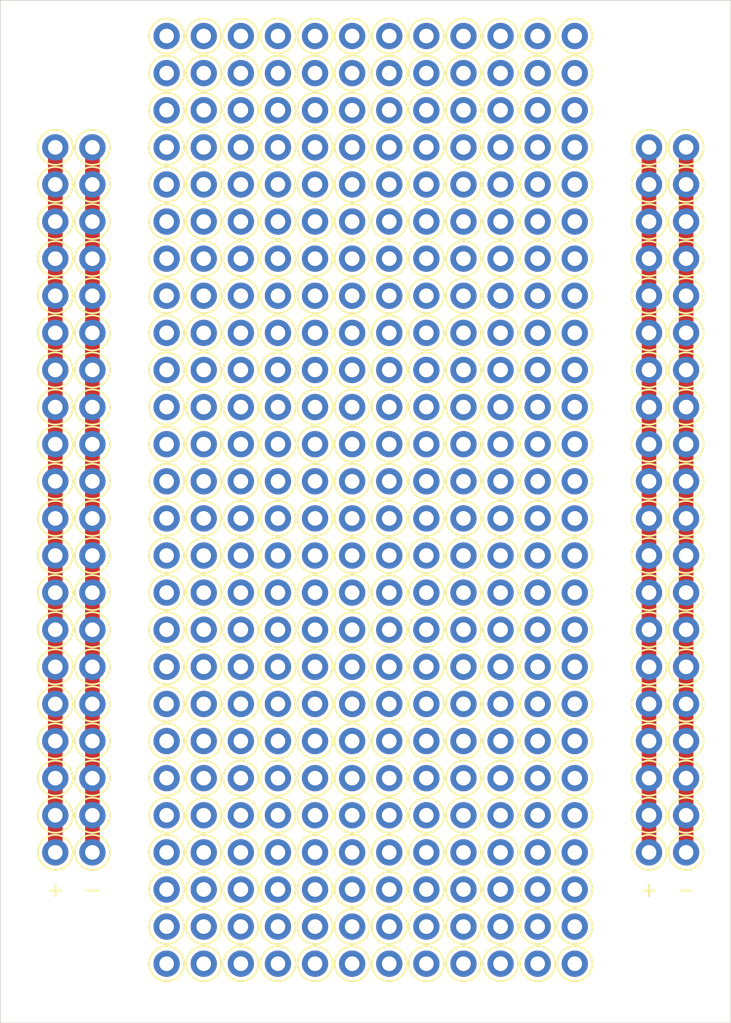
<source format=kicad_pcb>
(kicad_pcb (version 20171130) (host pcbnew "(5.1.10-1-10_14)")
  (layers (0 F.Cu signal) (31 B.Cu signal) (34 B.Paste user) (35 F.Paste user) (36 B.SilkS user) (37 F.SilkS user) (38 B.Mask user) (39 F.Mask user) (44 Edge.Cuts user))
  (net 0 "")
  (module TestPoint:TestPoint_THTPad_D2.0mm_Drill1.0mm (layer F.Cu) (at 154.94 99.06)
    (fp_text reference REF** hide)
    (fp_text value TestPoint_THTPad_D2.0mm_Drill1.0mm)
    (pad 1 thru_hole circle (at 0 0) (size 1.8 1.8) (drill 1) (layers *.Cu *.Mask))
  )
  (module TestPoint:TestPoint_THTPad_D2.0mm_Drill1.0mm (layer F.Cu) (at 152.4 99.06)
    (fp_text reference REF** hide)
    (fp_text value TestPoint_THTPad_D2.0mm_Drill1.0mm)
    (pad 1 thru_hole circle (at 0 0) (size 1.8 1.8) (drill 1) (layers *.Cu *.Mask))
  )
  (module TestPoint:TestPoint_THTPad_D2.0mm_Drill1.0mm (layer F.Cu) (at 111.76 99.06)
    (fp_text reference REF** hide)
    (fp_text value TestPoint_THTPad_D2.0mm_Drill1.0mm)
    (pad 1 thru_hole circle (at 0 0) (size 1.8 1.8) (drill 1) (layers *.Cu *.Mask))
  )
  (module TestPoint:TestPoint_THTPad_D2.0mm_Drill1.0mm (layer F.Cu) (at 114.3 99.06)
    (fp_text reference REF** hide)
    (fp_text value TestPoint_THTPad_D2.0mm_Drill1.0mm)
    (pad 1 thru_hole circle (at 0 0) (size 1.8 1.8) (drill 1) (layers *.Cu *.Mask))
  )
  (module TestPoint:TestPoint_THTPad_D2.0mm_Drill1.0mm (layer F.Cu) (at 147.32 104.14)
    (fp_text reference REF** hide)
    (fp_text value TestPoint_THTPad_D2.0mm_Drill1.0mm)
    (pad 1 thru_hole circle (at 0 0) (size 1.8 1.8) (drill 1) (layers *.Cu *.Mask))
  )
  (module TestPoint:TestPoint_THTPad_D2.0mm_Drill1.0mm (layer F.Cu) (at 144.78 106.68)
    (fp_text reference REF** hide)
    (fp_text value TestPoint_THTPad_D2.0mm_Drill1.0mm)
    (pad 1 thru_hole circle (at 0 0) (size 1.8 1.8) (drill 1) (layers *.Cu *.Mask))
  )
  (module TestPoint:TestPoint_THTPad_D2.0mm_Drill1.0mm (layer F.Cu) (at 144.78 154.94)
    (fp_text reference REF** hide)
    (fp_text value TestPoint_THTPad_D2.0mm_Drill1.0mm)
    (pad 1 thru_hole circle (at 0 0) (size 1.8 1.8) (drill 1) (layers *.Cu *.Mask))
  )
  (module TestPoint:TestPoint_THTPad_D2.0mm_Drill1.0mm (layer F.Cu) (at 147.32 154.94)
    (fp_text reference REF** hide)
    (fp_text value TestPoint_THTPad_D2.0mm_Drill1.0mm)
    (pad 1 thru_hole circle (at 0 0) (size 1.8 1.8) (drill 1) (layers *.Cu *.Mask))
  )
  (module TestPoint:TestPoint_THTPad_D2.0mm_Drill1.0mm (layer F.Cu) (at 147.32 147.32)
    (fp_text reference REF** hide)
    (fp_text value TestPoint_THTPad_D2.0mm_Drill1.0mm)
    (pad 1 thru_hole circle (at 0 0) (size 1.8 1.8) (drill 1) (layers *.Cu *.Mask))
  )
  (module TestPoint:TestPoint_THTPad_D2.0mm_Drill1.0mm (layer F.Cu) (at 144.78 132.08)
    (fp_text reference REF** hide)
    (fp_text value TestPoint_THTPad_D2.0mm_Drill1.0mm)
    (pad 1 thru_hole circle (at 0 0) (size 1.8 1.8) (drill 1) (layers *.Cu *.Mask))
  )
  (module TestPoint:TestPoint_THTPad_D2.0mm_Drill1.0mm (layer F.Cu) (at 147.32 142.24)
    (fp_text reference REF** hide)
    (fp_text value TestPoint_THTPad_D2.0mm_Drill1.0mm)
    (pad 1 thru_hole circle (at 0 0) (size 1.8 1.8) (drill 1) (layers *.Cu *.Mask))
  )
  (module TestPoint:TestPoint_THTPad_D2.0mm_Drill1.0mm (layer F.Cu) (at 147.32 99.06)
    (fp_text reference REF** hide)
    (fp_text value TestPoint_THTPad_D2.0mm_Drill1.0mm)
    (pad 1 thru_hole circle (at 0 0) (size 1.8 1.8) (drill 1) (layers *.Cu *.Mask))
  )
  (module TestPoint:TestPoint_THTPad_D2.0mm_Drill1.0mm (layer F.Cu) (at 147.32 91.44)
    (fp_text reference REF** hide)
    (fp_text value TestPoint_THTPad_D2.0mm_Drill1.0mm)
    (pad 1 thru_hole circle (at 0 0) (size 1.8 1.8) (drill 1) (layers *.Cu *.Mask))
  )
  (module TestPoint:TestPoint_THTPad_D2.0mm_Drill1.0mm (layer F.Cu) (at 147.32 101.6)
    (fp_text reference REF** hide)
    (fp_text value TestPoint_THTPad_D2.0mm_Drill1.0mm)
    (pad 1 thru_hole circle (at 0 0) (size 1.8 1.8) (drill 1) (layers *.Cu *.Mask))
  )
  (module TestPoint:TestPoint_THTPad_D2.0mm_Drill1.0mm (layer F.Cu) (at 144.78 116.84)
    (fp_text reference REF** hide)
    (fp_text value TestPoint_THTPad_D2.0mm_Drill1.0mm)
    (pad 1 thru_hole circle (at 0 0) (size 1.8 1.8) (drill 1) (layers *.Cu *.Mask))
  )
  (module TestPoint:TestPoint_THTPad_D2.0mm_Drill1.0mm (layer F.Cu) (at 147.32 119.38)
    (fp_text reference REF** hide)
    (fp_text value TestPoint_THTPad_D2.0mm_Drill1.0mm)
    (pad 1 thru_hole circle (at 0 0) (size 1.8 1.8) (drill 1) (layers *.Cu *.Mask))
  )
  (module TestPoint:TestPoint_THTPad_D2.0mm_Drill1.0mm (layer F.Cu) (at 147.32 109.22)
    (fp_text reference REF** hide)
    (fp_text value TestPoint_THTPad_D2.0mm_Drill1.0mm)
    (pad 1 thru_hole circle (at 0 0) (size 1.8 1.8) (drill 1) (layers *.Cu *.Mask))
  )
  (module TestPoint:TestPoint_THTPad_D2.0mm_Drill1.0mm (layer F.Cu) (at 144.78 111.76)
    (fp_text reference REF** hide)
    (fp_text value TestPoint_THTPad_D2.0mm_Drill1.0mm)
    (pad 1 thru_hole circle (at 0 0) (size 1.8 1.8) (drill 1) (layers *.Cu *.Mask))
  )
  (module TestPoint:TestPoint_THTPad_D2.0mm_Drill1.0mm (layer F.Cu) (at 147.32 114.3)
    (fp_text reference REF** hide)
    (fp_text value TestPoint_THTPad_D2.0mm_Drill1.0mm)
    (pad 1 thru_hole circle (at 0 0) (size 1.8 1.8) (drill 1) (layers *.Cu *.Mask))
  )
  (module TestPoint:TestPoint_THTPad_D2.0mm_Drill1.0mm (layer F.Cu) (at 142.24 152.4)
    (fp_text reference REF** hide)
    (fp_text value TestPoint_THTPad_D2.0mm_Drill1.0mm)
    (pad 1 thru_hole circle (at 0 0) (size 1.8 1.8) (drill 1) (layers *.Cu *.Mask))
  )
  (module TestPoint:TestPoint_THTPad_D2.0mm_Drill1.0mm (layer F.Cu) (at 142.24 142.24)
    (fp_text reference REF** hide)
    (fp_text value TestPoint_THTPad_D2.0mm_Drill1.0mm)
    (pad 1 thru_hole circle (at 0 0) (size 1.8 1.8) (drill 1) (layers *.Cu *.Mask))
  )
  (module TestPoint:TestPoint_THTPad_D2.0mm_Drill1.0mm (layer F.Cu) (at 139.7 149.86)
    (fp_text reference REF** hide)
    (fp_text value TestPoint_THTPad_D2.0mm_Drill1.0mm)
    (pad 1 thru_hole circle (at 0 0) (size 1.8 1.8) (drill 1) (layers *.Cu *.Mask))
  )
  (module TestPoint:TestPoint_THTPad_D2.0mm_Drill1.0mm (layer F.Cu) (at 139.7 152.4)
    (fp_text reference REF** hide)
    (fp_text value TestPoint_THTPad_D2.0mm_Drill1.0mm)
    (pad 1 thru_hole circle (at 0 0) (size 1.8 1.8) (drill 1) (layers *.Cu *.Mask))
  )
  (module TestPoint:TestPoint_THTPad_D2.0mm_Drill1.0mm (layer F.Cu) (at 144.78 101.6)
    (fp_text reference REF** hide)
    (fp_text value TestPoint_THTPad_D2.0mm_Drill1.0mm)
    (pad 1 thru_hole circle (at 0 0) (size 1.8 1.8) (drill 1) (layers *.Cu *.Mask))
  )
  (module TestPoint:TestPoint_THTPad_D2.0mm_Drill1.0mm (layer F.Cu) (at 144.78 152.4)
    (fp_text reference REF** hide)
    (fp_text value TestPoint_THTPad_D2.0mm_Drill1.0mm)
    (pad 1 thru_hole circle (at 0 0) (size 1.8 1.8) (drill 1) (layers *.Cu *.Mask))
  )
  (module TestPoint:TestPoint_THTPad_D2.0mm_Drill1.0mm (layer F.Cu) (at 142.24 116.84)
    (fp_text reference REF** hide)
    (fp_text value TestPoint_THTPad_D2.0mm_Drill1.0mm)
    (pad 1 thru_hole circle (at 0 0) (size 1.8 1.8) (drill 1) (layers *.Cu *.Mask))
  )
  (module TestPoint:TestPoint_THTPad_D2.0mm_Drill1.0mm (layer F.Cu) (at 139.7 104.14)
    (fp_text reference REF** hide)
    (fp_text value TestPoint_THTPad_D2.0mm_Drill1.0mm)
    (pad 1 thru_hole circle (at 0 0) (size 1.8 1.8) (drill 1) (layers *.Cu *.Mask))
  )
  (module TestPoint:TestPoint_THTPad_D2.0mm_Drill1.0mm (layer F.Cu) (at 142.24 106.68)
    (fp_text reference REF** hide)
    (fp_text value TestPoint_THTPad_D2.0mm_Drill1.0mm)
    (pad 1 thru_hole circle (at 0 0) (size 1.8 1.8) (drill 1) (layers *.Cu *.Mask))
  )
  (module TestPoint:TestPoint_THTPad_D2.0mm_Drill1.0mm (layer F.Cu) (at 142.24 132.08)
    (fp_text reference REF** hide)
    (fp_text value TestPoint_THTPad_D2.0mm_Drill1.0mm)
    (pad 1 thru_hole circle (at 0 0) (size 1.8 1.8) (drill 1) (layers *.Cu *.Mask))
  )
  (module TestPoint:TestPoint_THTPad_D2.0mm_Drill1.0mm (layer F.Cu) (at 139.7 144.78)
    (fp_text reference REF** hide)
    (fp_text value TestPoint_THTPad_D2.0mm_Drill1.0mm)
    (pad 1 thru_hole circle (at 0 0) (size 1.8 1.8) (drill 1) (layers *.Cu *.Mask))
  )
  (module TestPoint:TestPoint_THTPad_D2.0mm_Drill1.0mm (layer F.Cu) (at 147.32 124.46)
    (fp_text reference REF** hide)
    (fp_text value TestPoint_THTPad_D2.0mm_Drill1.0mm)
    (pad 1 thru_hole circle (at 0 0) (size 1.8 1.8) (drill 1) (layers *.Cu *.Mask))
  )
  (module TestPoint:TestPoint_THTPad_D2.0mm_Drill1.0mm (layer F.Cu) (at 144.78 99.06)
    (fp_text reference REF** hide)
    (fp_text value TestPoint_THTPad_D2.0mm_Drill1.0mm)
    (pad 1 thru_hole circle (at 0 0) (size 1.8 1.8) (drill 1) (layers *.Cu *.Mask))
  )
  (module TestPoint:TestPoint_THTPad_D2.0mm_Drill1.0mm (layer F.Cu) (at 144.78 91.44)
    (fp_text reference REF** hide)
    (fp_text value TestPoint_THTPad_D2.0mm_Drill1.0mm)
    (pad 1 thru_hole circle (at 0 0) (size 1.8 1.8) (drill 1) (layers *.Cu *.Mask))
  )
  (module TestPoint:TestPoint_THTPad_D2.0mm_Drill1.0mm (layer F.Cu) (at 147.32 111.76)
    (fp_text reference REF** hide)
    (fp_text value TestPoint_THTPad_D2.0mm_Drill1.0mm)
    (pad 1 thru_hole circle (at 0 0) (size 1.8 1.8) (drill 1) (layers *.Cu *.Mask))
  )
  (module TestPoint:TestPoint_THTPad_D2.0mm_Drill1.0mm (layer F.Cu) (at 147.32 129.54)
    (fp_text reference REF** hide)
    (fp_text value TestPoint_THTPad_D2.0mm_Drill1.0mm)
    (pad 1 thru_hole circle (at 0 0) (size 1.8 1.8) (drill 1) (layers *.Cu *.Mask))
  )
  (module TestPoint:TestPoint_THTPad_D2.0mm_Drill1.0mm (layer F.Cu) (at 147.32 93.98)
    (fp_text reference REF** hide)
    (fp_text value TestPoint_THTPad_D2.0mm_Drill1.0mm)
    (pad 1 thru_hole circle (at 0 0) (size 1.8 1.8) (drill 1) (layers *.Cu *.Mask))
  )
  (module TestPoint:TestPoint_THTPad_D2.0mm_Drill1.0mm (layer F.Cu) (at 147.32 134.62)
    (fp_text reference REF** hide)
    (fp_text value TestPoint_THTPad_D2.0mm_Drill1.0mm)
    (pad 1 thru_hole circle (at 0 0) (size 1.8 1.8) (drill 1) (layers *.Cu *.Mask))
  )
  (module TestPoint:TestPoint_THTPad_D2.0mm_Drill1.0mm (layer F.Cu) (at 144.78 119.38)
    (fp_text reference REF** hide)
    (fp_text value TestPoint_THTPad_D2.0mm_Drill1.0mm)
    (pad 1 thru_hole circle (at 0 0) (size 1.8 1.8) (drill 1) (layers *.Cu *.Mask))
  )
  (module TestPoint:TestPoint_THTPad_D2.0mm_Drill1.0mm (layer F.Cu) (at 144.78 114.3)
    (fp_text reference REF** hide)
    (fp_text value TestPoint_THTPad_D2.0mm_Drill1.0mm)
    (pad 1 thru_hole circle (at 0 0) (size 1.8 1.8) (drill 1) (layers *.Cu *.Mask))
  )
  (module TestPoint:TestPoint_THTPad_D2.0mm_Drill1.0mm (layer F.Cu) (at 147.32 127)
    (fp_text reference REF** hide)
    (fp_text value TestPoint_THTPad_D2.0mm_Drill1.0mm)
    (pad 1 thru_hole circle (at 0 0) (size 1.8 1.8) (drill 1) (layers *.Cu *.Mask))
  )
  (module TestPoint:TestPoint_THTPad_D2.0mm_Drill1.0mm (layer F.Cu) (at 144.78 124.46)
    (fp_text reference REF** hide)
    (fp_text value TestPoint_THTPad_D2.0mm_Drill1.0mm)
    (pad 1 thru_hole circle (at 0 0) (size 1.8 1.8) (drill 1) (layers *.Cu *.Mask))
  )
  (module TestPoint:TestPoint_THTPad_D2.0mm_Drill1.0mm (layer F.Cu) (at 144.78 96.52)
    (fp_text reference REF** hide)
    (fp_text value TestPoint_THTPad_D2.0mm_Drill1.0mm)
    (pad 1 thru_hole circle (at 0 0) (size 1.8 1.8) (drill 1) (layers *.Cu *.Mask))
  )
  (module TestPoint:TestPoint_THTPad_D2.0mm_Drill1.0mm (layer F.Cu) (at 144.78 127)
    (fp_text reference REF** hide)
    (fp_text value TestPoint_THTPad_D2.0mm_Drill1.0mm)
    (pad 1 thru_hole circle (at 0 0) (size 1.8 1.8) (drill 1) (layers *.Cu *.Mask))
  )
  (module TestPoint:TestPoint_THTPad_D2.0mm_Drill1.0mm (layer F.Cu) (at 139.7 154.94)
    (fp_text reference REF** hide)
    (fp_text value TestPoint_THTPad_D2.0mm_Drill1.0mm)
    (pad 1 thru_hole circle (at 0 0) (size 1.8 1.8) (drill 1) (layers *.Cu *.Mask))
  )
  (module TestPoint:TestPoint_THTPad_D2.0mm_Drill1.0mm (layer F.Cu) (at 142.24 154.94)
    (fp_text reference REF** hide)
    (fp_text value TestPoint_THTPad_D2.0mm_Drill1.0mm)
    (pad 1 thru_hole circle (at 0 0) (size 1.8 1.8) (drill 1) (layers *.Cu *.Mask))
  )
  (module TestPoint:TestPoint_THTPad_D2.0mm_Drill1.0mm (layer F.Cu) (at 147.32 121.92)
    (fp_text reference REF** hide)
    (fp_text value TestPoint_THTPad_D2.0mm_Drill1.0mm)
    (pad 1 thru_hole circle (at 0 0) (size 1.8 1.8) (drill 1) (layers *.Cu *.Mask))
  )
  (module TestPoint:TestPoint_THTPad_D2.0mm_Drill1.0mm (layer F.Cu) (at 144.78 129.54)
    (fp_text reference REF** hide)
    (fp_text value TestPoint_THTPad_D2.0mm_Drill1.0mm)
    (pad 1 thru_hole circle (at 0 0) (size 1.8 1.8) (drill 1) (layers *.Cu *.Mask))
  )
  (module TestPoint:TestPoint_THTPad_D2.0mm_Drill1.0mm (layer F.Cu) (at 144.78 109.22)
    (fp_text reference REF** hide)
    (fp_text value TestPoint_THTPad_D2.0mm_Drill1.0mm)
    (pad 1 thru_hole circle (at 0 0) (size 1.8 1.8) (drill 1) (layers *.Cu *.Mask))
  )
  (module TestPoint:TestPoint_THTPad_D2.0mm_Drill1.0mm (layer F.Cu) (at 144.78 93.98)
    (fp_text reference REF** hide)
    (fp_text value TestPoint_THTPad_D2.0mm_Drill1.0mm)
    (pad 1 thru_hole circle (at 0 0) (size 1.8 1.8) (drill 1) (layers *.Cu *.Mask))
  )
  (module TestPoint:TestPoint_THTPad_D2.0mm_Drill1.0mm (layer F.Cu) (at 147.32 96.52)
    (fp_text reference REF** hide)
    (fp_text value TestPoint_THTPad_D2.0mm_Drill1.0mm)
    (pad 1 thru_hole circle (at 0 0) (size 1.8 1.8) (drill 1) (layers *.Cu *.Mask))
  )
  (module TestPoint:TestPoint_THTPad_D2.0mm_Drill1.0mm (layer F.Cu) (at 147.32 139.7)
    (fp_text reference REF** hide)
    (fp_text value TestPoint_THTPad_D2.0mm_Drill1.0mm)
    (pad 1 thru_hole circle (at 0 0) (size 1.8 1.8) (drill 1) (layers *.Cu *.Mask))
  )
  (module TestPoint:TestPoint_THTPad_D2.0mm_Drill1.0mm (layer F.Cu) (at 144.78 149.86)
    (fp_text reference REF** hide)
    (fp_text value TestPoint_THTPad_D2.0mm_Drill1.0mm)
    (pad 1 thru_hole circle (at 0 0) (size 1.8 1.8) (drill 1) (layers *.Cu *.Mask))
  )
  (module TestPoint:TestPoint_THTPad_D2.0mm_Drill1.0mm (layer F.Cu) (at 144.78 121.92)
    (fp_text reference REF** hide)
    (fp_text value TestPoint_THTPad_D2.0mm_Drill1.0mm)
    (pad 1 thru_hole circle (at 0 0) (size 1.8 1.8) (drill 1) (layers *.Cu *.Mask))
  )
  (module TestPoint:TestPoint_THTPad_D2.0mm_Drill1.0mm (layer F.Cu) (at 147.32 137.16)
    (fp_text reference REF** hide)
    (fp_text value TestPoint_THTPad_D2.0mm_Drill1.0mm)
    (pad 1 thru_hole circle (at 0 0) (size 1.8 1.8) (drill 1) (layers *.Cu *.Mask))
  )
  (module TestPoint:TestPoint_THTPad_D2.0mm_Drill1.0mm (layer F.Cu) (at 144.78 137.16)
    (fp_text reference REF** hide)
    (fp_text value TestPoint_THTPad_D2.0mm_Drill1.0mm)
    (pad 1 thru_hole circle (at 0 0) (size 1.8 1.8) (drill 1) (layers *.Cu *.Mask))
  )
  (module TestPoint:TestPoint_THTPad_D2.0mm_Drill1.0mm (layer F.Cu) (at 144.78 134.62)
    (fp_text reference REF** hide)
    (fp_text value TestPoint_THTPad_D2.0mm_Drill1.0mm)
    (pad 1 thru_hole circle (at 0 0) (size 1.8 1.8) (drill 1) (layers *.Cu *.Mask))
  )
  (module TestPoint:TestPoint_THTPad_D2.0mm_Drill1.0mm (layer F.Cu) (at 147.32 149.86)
    (fp_text reference REF** hide)
    (fp_text value TestPoint_THTPad_D2.0mm_Drill1.0mm)
    (pad 1 thru_hole circle (at 0 0) (size 1.8 1.8) (drill 1) (layers *.Cu *.Mask))
  )
  (module TestPoint:TestPoint_THTPad_D2.0mm_Drill1.0mm (layer F.Cu) (at 144.78 142.24)
    (fp_text reference REF** hide)
    (fp_text value TestPoint_THTPad_D2.0mm_Drill1.0mm)
    (pad 1 thru_hole circle (at 0 0) (size 1.8 1.8) (drill 1) (layers *.Cu *.Mask))
  )
  (module TestPoint:TestPoint_THTPad_D2.0mm_Drill1.0mm (layer F.Cu) (at 147.32 116.84)
    (fp_text reference REF** hide)
    (fp_text value TestPoint_THTPad_D2.0mm_Drill1.0mm)
    (pad 1 thru_hole circle (at 0 0) (size 1.8 1.8) (drill 1) (layers *.Cu *.Mask))
  )
  (module TestPoint:TestPoint_THTPad_D2.0mm_Drill1.0mm (layer F.Cu) (at 144.78 104.14)
    (fp_text reference REF** hide)
    (fp_text value TestPoint_THTPad_D2.0mm_Drill1.0mm)
    (pad 1 thru_hole circle (at 0 0) (size 1.8 1.8) (drill 1) (layers *.Cu *.Mask))
  )
  (module TestPoint:TestPoint_THTPad_D2.0mm_Drill1.0mm (layer F.Cu) (at 147.32 106.68)
    (fp_text reference REF** hide)
    (fp_text value TestPoint_THTPad_D2.0mm_Drill1.0mm)
    (pad 1 thru_hole circle (at 0 0) (size 1.8 1.8) (drill 1) (layers *.Cu *.Mask))
  )
  (module TestPoint:TestPoint_THTPad_D2.0mm_Drill1.0mm (layer F.Cu) (at 147.32 132.08)
    (fp_text reference REF** hide)
    (fp_text value TestPoint_THTPad_D2.0mm_Drill1.0mm)
    (pad 1 thru_hole circle (at 0 0) (size 1.8 1.8) (drill 1) (layers *.Cu *.Mask))
  )
  (module TestPoint:TestPoint_THTPad_D2.0mm_Drill1.0mm (layer F.Cu) (at 144.78 144.78)
    (fp_text reference REF** hide)
    (fp_text value TestPoint_THTPad_D2.0mm_Drill1.0mm)
    (pad 1 thru_hole circle (at 0 0) (size 1.8 1.8) (drill 1) (layers *.Cu *.Mask))
  )
  (module TestPoint:TestPoint_THTPad_D2.0mm_Drill1.0mm (layer F.Cu) (at 144.78 147.32)
    (fp_text reference REF** hide)
    (fp_text value TestPoint_THTPad_D2.0mm_Drill1.0mm)
    (pad 1 thru_hole circle (at 0 0) (size 1.8 1.8) (drill 1) (layers *.Cu *.Mask))
  )
  (module TestPoint:TestPoint_THTPad_D2.0mm_Drill1.0mm (layer F.Cu) (at 147.32 144.78)
    (fp_text reference REF** hide)
    (fp_text value TestPoint_THTPad_D2.0mm_Drill1.0mm)
    (pad 1 thru_hole circle (at 0 0) (size 1.8 1.8) (drill 1) (layers *.Cu *.Mask))
  )
  (module TestPoint:TestPoint_THTPad_D2.0mm_Drill1.0mm (layer F.Cu) (at 144.78 139.7)
    (fp_text reference REF** hide)
    (fp_text value TestPoint_THTPad_D2.0mm_Drill1.0mm)
    (pad 1 thru_hole circle (at 0 0) (size 1.8 1.8) (drill 1) (layers *.Cu *.Mask))
  )
  (module TestPoint:TestPoint_THTPad_D2.0mm_Drill1.0mm (layer F.Cu) (at 147.32 152.4)
    (fp_text reference REF** hide)
    (fp_text value TestPoint_THTPad_D2.0mm_Drill1.0mm)
    (pad 1 thru_hole circle (at 0 0) (size 1.8 1.8) (drill 1) (layers *.Cu *.Mask))
  )
  (module TestPoint:TestPoint_THTPad_D2.0mm_Drill1.0mm (layer F.Cu) (at 142.24 147.32)
    (fp_text reference REF** hide)
    (fp_text value TestPoint_THTPad_D2.0mm_Drill1.0mm)
    (pad 1 thru_hole circle (at 0 0) (size 1.8 1.8) (drill 1) (layers *.Cu *.Mask))
  )
  (module TestPoint:TestPoint_THTPad_D2.0mm_Drill1.0mm (layer F.Cu) (at 142.24 139.7)
    (fp_text reference REF** hide)
    (fp_text value TestPoint_THTPad_D2.0mm_Drill1.0mm)
    (pad 1 thru_hole circle (at 0 0) (size 1.8 1.8) (drill 1) (layers *.Cu *.Mask))
  )
  (module TestPoint:TestPoint_THTPad_D2.0mm_Drill1.0mm (layer F.Cu) (at 142.24 144.78)
    (fp_text reference REF** hide)
    (fp_text value TestPoint_THTPad_D2.0mm_Drill1.0mm)
    (pad 1 thru_hole circle (at 0 0) (size 1.8 1.8) (drill 1) (layers *.Cu *.Mask))
  )
  (module TestPoint:TestPoint_THTPad_D2.0mm_Drill1.0mm (layer F.Cu) (at 139.7 139.7)
    (fp_text reference REF** hide)
    (fp_text value TestPoint_THTPad_D2.0mm_Drill1.0mm)
    (pad 1 thru_hole circle (at 0 0) (size 1.8 1.8) (drill 1) (layers *.Cu *.Mask))
  )
  (module TestPoint:TestPoint_THTPad_D2.0mm_Drill1.0mm (layer F.Cu) (at 139.7 147.32)
    (fp_text reference REF** hide)
    (fp_text value TestPoint_THTPad_D2.0mm_Drill1.0mm)
    (pad 1 thru_hole circle (at 0 0) (size 1.8 1.8) (drill 1) (layers *.Cu *.Mask))
  )
  (module TestPoint:TestPoint_THTPad_D2.0mm_Drill1.0mm (layer F.Cu) (at 139.7 142.24)
    (fp_text reference REF** hide)
    (fp_text value TestPoint_THTPad_D2.0mm_Drill1.0mm)
    (pad 1 thru_hole circle (at 0 0) (size 1.8 1.8) (drill 1) (layers *.Cu *.Mask))
  )
  (module TestPoint:TestPoint_THTPad_D2.0mm_Drill1.0mm (layer F.Cu) (at 142.24 149.86)
    (fp_text reference REF** hide)
    (fp_text value TestPoint_THTPad_D2.0mm_Drill1.0mm)
    (pad 1 thru_hole circle (at 0 0) (size 1.8 1.8) (drill 1) (layers *.Cu *.Mask))
  )
  (module TestPoint:TestPoint_THTPad_D2.0mm_Drill1.0mm (layer F.Cu) (at 139.7 96.52)
    (fp_text reference REF** hide)
    (fp_text value TestPoint_THTPad_D2.0mm_Drill1.0mm)
    (pad 1 thru_hole circle (at 0 0) (size 1.8 1.8) (drill 1) (layers *.Cu *.Mask))
  )
  (module TestPoint:TestPoint_THTPad_D2.0mm_Drill1.0mm (layer F.Cu) (at 139.7 106.68)
    (fp_text reference REF** hide)
    (fp_text value TestPoint_THTPad_D2.0mm_Drill1.0mm)
    (pad 1 thru_hole circle (at 0 0) (size 1.8 1.8) (drill 1) (layers *.Cu *.Mask))
  )
  (module TestPoint:TestPoint_THTPad_D2.0mm_Drill1.0mm (layer F.Cu) (at 142.24 137.16)
    (fp_text reference REF** hide)
    (fp_text value TestPoint_THTPad_D2.0mm_Drill1.0mm)
    (pad 1 thru_hole circle (at 0 0) (size 1.8 1.8) (drill 1) (layers *.Cu *.Mask))
  )
  (module TestPoint:TestPoint_THTPad_D2.0mm_Drill1.0mm (layer F.Cu) (at 139.7 93.98)
    (fp_text reference REF** hide)
    (fp_text value TestPoint_THTPad_D2.0mm_Drill1.0mm)
    (pad 1 thru_hole circle (at 0 0) (size 1.8 1.8) (drill 1) (layers *.Cu *.Mask))
  )
  (module TestPoint:TestPoint_THTPad_D2.0mm_Drill1.0mm (layer F.Cu) (at 139.7 134.62)
    (fp_text reference REF** hide)
    (fp_text value TestPoint_THTPad_D2.0mm_Drill1.0mm)
    (pad 1 thru_hole circle (at 0 0) (size 1.8 1.8) (drill 1) (layers *.Cu *.Mask))
  )
  (module TestPoint:TestPoint_THTPad_D2.0mm_Drill1.0mm (layer F.Cu) (at 139.7 132.08)
    (fp_text reference REF** hide)
    (fp_text value TestPoint_THTPad_D2.0mm_Drill1.0mm)
    (pad 1 thru_hole circle (at 0 0) (size 1.8 1.8) (drill 1) (layers *.Cu *.Mask))
  )
  (module TestPoint:TestPoint_THTPad_D2.0mm_Drill1.0mm (layer F.Cu) (at 139.7 109.22)
    (fp_text reference REF** hide)
    (fp_text value TestPoint_THTPad_D2.0mm_Drill1.0mm)
    (pad 1 thru_hole circle (at 0 0) (size 1.8 1.8) (drill 1) (layers *.Cu *.Mask))
  )
  (module TestPoint:TestPoint_THTPad_D2.0mm_Drill1.0mm (layer F.Cu) (at 139.7 101.6)
    (fp_text reference REF** hide)
    (fp_text value TestPoint_THTPad_D2.0mm_Drill1.0mm)
    (pad 1 thru_hole circle (at 0 0) (size 1.8 1.8) (drill 1) (layers *.Cu *.Mask))
  )
  (module TestPoint:TestPoint_THTPad_D2.0mm_Drill1.0mm (layer F.Cu) (at 142.24 91.44)
    (fp_text reference REF** hide)
    (fp_text value TestPoint_THTPad_D2.0mm_Drill1.0mm)
    (pad 1 thru_hole circle (at 0 0) (size 1.8 1.8) (drill 1) (layers *.Cu *.Mask))
  )
  (module TestPoint:TestPoint_THTPad_D2.0mm_Drill1.0mm (layer F.Cu) (at 139.7 121.92)
    (fp_text reference REF** hide)
    (fp_text value TestPoint_THTPad_D2.0mm_Drill1.0mm)
    (pad 1 thru_hole circle (at 0 0) (size 1.8 1.8) (drill 1) (layers *.Cu *.Mask))
  )
  (module TestPoint:TestPoint_THTPad_D2.0mm_Drill1.0mm (layer F.Cu) (at 142.24 99.06)
    (fp_text reference REF** hide)
    (fp_text value TestPoint_THTPad_D2.0mm_Drill1.0mm)
    (pad 1 thru_hole circle (at 0 0) (size 1.8 1.8) (drill 1) (layers *.Cu *.Mask))
  )
  (module TestPoint:TestPoint_THTPad_D2.0mm_Drill1.0mm (layer F.Cu) (at 142.24 96.52)
    (fp_text reference REF** hide)
    (fp_text value TestPoint_THTPad_D2.0mm_Drill1.0mm)
    (pad 1 thru_hole circle (at 0 0) (size 1.8 1.8) (drill 1) (layers *.Cu *.Mask))
  )
  (module TestPoint:TestPoint_THTPad_D2.0mm_Drill1.0mm (layer F.Cu) (at 142.24 104.14)
    (fp_text reference REF** hide)
    (fp_text value TestPoint_THTPad_D2.0mm_Drill1.0mm)
    (pad 1 thru_hole circle (at 0 0) (size 1.8 1.8) (drill 1) (layers *.Cu *.Mask))
  )
  (module TestPoint:TestPoint_THTPad_D2.0mm_Drill1.0mm (layer F.Cu) (at 139.7 137.16)
    (fp_text reference REF** hide)
    (fp_text value TestPoint_THTPad_D2.0mm_Drill1.0mm)
    (pad 1 thru_hole circle (at 0 0) (size 1.8 1.8) (drill 1) (layers *.Cu *.Mask))
  )
  (module TestPoint:TestPoint_THTPad_D2.0mm_Drill1.0mm (layer F.Cu) (at 142.24 121.92)
    (fp_text reference REF** hide)
    (fp_text value TestPoint_THTPad_D2.0mm_Drill1.0mm)
    (pad 1 thru_hole circle (at 0 0) (size 1.8 1.8) (drill 1) (layers *.Cu *.Mask))
  )
  (module TestPoint:TestPoint_THTPad_D2.0mm_Drill1.0mm (layer F.Cu) (at 139.7 129.54)
    (fp_text reference REF** hide)
    (fp_text value TestPoint_THTPad_D2.0mm_Drill1.0mm)
    (pad 1 thru_hole circle (at 0 0) (size 1.8 1.8) (drill 1) (layers *.Cu *.Mask))
  )
  (module TestPoint:TestPoint_THTPad_D2.0mm_Drill1.0mm (layer F.Cu) (at 139.7 127)
    (fp_text reference REF** hide)
    (fp_text value TestPoint_THTPad_D2.0mm_Drill1.0mm)
    (pad 1 thru_hole circle (at 0 0) (size 1.8 1.8) (drill 1) (layers *.Cu *.Mask))
  )
  (module TestPoint:TestPoint_THTPad_D2.0mm_Drill1.0mm (layer F.Cu) (at 142.24 93.98)
    (fp_text reference REF** hide)
    (fp_text value TestPoint_THTPad_D2.0mm_Drill1.0mm)
    (pad 1 thru_hole circle (at 0 0) (size 1.8 1.8) (drill 1) (layers *.Cu *.Mask))
  )
  (module TestPoint:TestPoint_THTPad_D2.0mm_Drill1.0mm (layer F.Cu) (at 142.24 111.76)
    (fp_text reference REF** hide)
    (fp_text value TestPoint_THTPad_D2.0mm_Drill1.0mm)
    (pad 1 thru_hole circle (at 0 0) (size 1.8 1.8) (drill 1) (layers *.Cu *.Mask))
  )
  (module TestPoint:TestPoint_THTPad_D2.0mm_Drill1.0mm (layer F.Cu) (at 142.24 129.54)
    (fp_text reference REF** hide)
    (fp_text value TestPoint_THTPad_D2.0mm_Drill1.0mm)
    (pad 1 thru_hole circle (at 0 0) (size 1.8 1.8) (drill 1) (layers *.Cu *.Mask))
  )
  (module TestPoint:TestPoint_THTPad_D2.0mm_Drill1.0mm (layer F.Cu) (at 142.24 127)
    (fp_text reference REF** hide)
    (fp_text value TestPoint_THTPad_D2.0mm_Drill1.0mm)
    (pad 1 thru_hole circle (at 0 0) (size 1.8 1.8) (drill 1) (layers *.Cu *.Mask))
  )
  (module TestPoint:TestPoint_THTPad_D2.0mm_Drill1.0mm (layer F.Cu) (at 139.7 124.46)
    (fp_text reference REF** hide)
    (fp_text value TestPoint_THTPad_D2.0mm_Drill1.0mm)
    (pad 1 thru_hole circle (at 0 0) (size 1.8 1.8) (drill 1) (layers *.Cu *.Mask))
  )
  (module TestPoint:TestPoint_THTPad_D2.0mm_Drill1.0mm (layer F.Cu) (at 142.24 109.22)
    (fp_text reference REF** hide)
    (fp_text value TestPoint_THTPad_D2.0mm_Drill1.0mm)
    (pad 1 thru_hole circle (at 0 0) (size 1.8 1.8) (drill 1) (layers *.Cu *.Mask))
  )
  (module TestPoint:TestPoint_THTPad_D2.0mm_Drill1.0mm (layer F.Cu) (at 139.7 99.06)
    (fp_text reference REF** hide)
    (fp_text value TestPoint_THTPad_D2.0mm_Drill1.0mm)
    (pad 1 thru_hole circle (at 0 0) (size 1.8 1.8) (drill 1) (layers *.Cu *.Mask))
  )
  (module TestPoint:TestPoint_THTPad_D2.0mm_Drill1.0mm (layer F.Cu) (at 139.7 91.44)
    (fp_text reference REF** hide)
    (fp_text value TestPoint_THTPad_D2.0mm_Drill1.0mm)
    (pad 1 thru_hole circle (at 0 0) (size 1.8 1.8) (drill 1) (layers *.Cu *.Mask))
  )
  (module TestPoint:TestPoint_THTPad_D2.0mm_Drill1.0mm (layer F.Cu) (at 142.24 101.6)
    (fp_text reference REF** hide)
    (fp_text value TestPoint_THTPad_D2.0mm_Drill1.0mm)
    (pad 1 thru_hole circle (at 0 0) (size 1.8 1.8) (drill 1) (layers *.Cu *.Mask))
  )
  (module TestPoint:TestPoint_THTPad_D2.0mm_Drill1.0mm (layer F.Cu) (at 142.24 114.3)
    (fp_text reference REF** hide)
    (fp_text value TestPoint_THTPad_D2.0mm_Drill1.0mm)
    (pad 1 thru_hole circle (at 0 0) (size 1.8 1.8) (drill 1) (layers *.Cu *.Mask))
  )
  (module TestPoint:TestPoint_THTPad_D2.0mm_Drill1.0mm (layer F.Cu) (at 139.7 116.84)
    (fp_text reference REF** hide)
    (fp_text value TestPoint_THTPad_D2.0mm_Drill1.0mm)
    (pad 1 thru_hole circle (at 0 0) (size 1.8 1.8) (drill 1) (layers *.Cu *.Mask))
  )
  (module TestPoint:TestPoint_THTPad_D2.0mm_Drill1.0mm (layer F.Cu) (at 142.24 119.38)
    (fp_text reference REF** hide)
    (fp_text value TestPoint_THTPad_D2.0mm_Drill1.0mm)
    (pad 1 thru_hole circle (at 0 0) (size 1.8 1.8) (drill 1) (layers *.Cu *.Mask))
  )
  (module TestPoint:TestPoint_THTPad_D2.0mm_Drill1.0mm (layer F.Cu) (at 142.24 124.46)
    (fp_text reference REF** hide)
    (fp_text value TestPoint_THTPad_D2.0mm_Drill1.0mm)
    (pad 1 thru_hole circle (at 0 0) (size 1.8 1.8) (drill 1) (layers *.Cu *.Mask))
  )
  (module TestPoint:TestPoint_THTPad_D2.0mm_Drill1.0mm (layer F.Cu) (at 139.7 111.76)
    (fp_text reference REF** hide)
    (fp_text value TestPoint_THTPad_D2.0mm_Drill1.0mm)
    (pad 1 thru_hole circle (at 0 0) (size 1.8 1.8) (drill 1) (layers *.Cu *.Mask))
  )
  (module TestPoint:TestPoint_THTPad_D2.0mm_Drill1.0mm (layer F.Cu) (at 139.7 114.3)
    (fp_text reference REF** hide)
    (fp_text value TestPoint_THTPad_D2.0mm_Drill1.0mm)
    (pad 1 thru_hole circle (at 0 0) (size 1.8 1.8) (drill 1) (layers *.Cu *.Mask))
  )
  (module TestPoint:TestPoint_THTPad_D2.0mm_Drill1.0mm (layer F.Cu) (at 142.24 134.62)
    (fp_text reference REF** hide)
    (fp_text value TestPoint_THTPad_D2.0mm_Drill1.0mm)
    (pad 1 thru_hole circle (at 0 0) (size 1.8 1.8) (drill 1) (layers *.Cu *.Mask))
  )
  (module TestPoint:TestPoint_THTPad_D2.0mm_Drill1.0mm (layer F.Cu) (at 139.7 119.38)
    (fp_text reference REF** hide)
    (fp_text value TestPoint_THTPad_D2.0mm_Drill1.0mm)
    (pad 1 thru_hole circle (at 0 0) (size 1.8 1.8) (drill 1) (layers *.Cu *.Mask))
  )
  (module TestPoint:TestPoint_THTPad_D2.0mm_Drill1.0mm (layer F.Cu) (at 132.08 134.62)
    (fp_text reference REF** hide)
    (fp_text value TestPoint_THTPad_D2.0mm_Drill1.0mm)
    (pad 1 thru_hole circle (at 0 0) (size 1.8 1.8) (drill 1) (layers *.Cu *.Mask))
  )
  (module TestPoint:TestPoint_THTPad_D2.0mm_Drill1.0mm (layer F.Cu) (at 129.54 119.38)
    (fp_text reference REF** hide)
    (fp_text value TestPoint_THTPad_D2.0mm_Drill1.0mm)
    (pad 1 thru_hole circle (at 0 0) (size 1.8 1.8) (drill 1) (layers *.Cu *.Mask))
  )
  (module TestPoint:TestPoint_THTPad_D2.0mm_Drill1.0mm (layer F.Cu) (at 129.54 114.3)
    (fp_text reference REF** hide)
    (fp_text value TestPoint_THTPad_D2.0mm_Drill1.0mm)
    (pad 1 thru_hole circle (at 0 0) (size 1.8 1.8) (drill 1) (layers *.Cu *.Mask))
  )
  (module TestPoint:TestPoint_THTPad_D2.0mm_Drill1.0mm (layer F.Cu) (at 129.54 127)
    (fp_text reference REF** hide)
    (fp_text value TestPoint_THTPad_D2.0mm_Drill1.0mm)
    (pad 1 thru_hole circle (at 0 0) (size 1.8 1.8) (drill 1) (layers *.Cu *.Mask))
  )
  (module TestPoint:TestPoint_THTPad_D2.0mm_Drill1.0mm (layer F.Cu) (at 132.08 121.92)
    (fp_text reference REF** hide)
    (fp_text value TestPoint_THTPad_D2.0mm_Drill1.0mm)
    (pad 1 thru_hole circle (at 0 0) (size 1.8 1.8) (drill 1) (layers *.Cu *.Mask))
  )
  (module TestPoint:TestPoint_THTPad_D2.0mm_Drill1.0mm (layer F.Cu) (at 129.54 129.54)
    (fp_text reference REF** hide)
    (fp_text value TestPoint_THTPad_D2.0mm_Drill1.0mm)
    (pad 1 thru_hole circle (at 0 0) (size 1.8 1.8) (drill 1) (layers *.Cu *.Mask))
  )
  (module TestPoint:TestPoint_THTPad_D2.0mm_Drill1.0mm (layer F.Cu) (at 132.08 101.6)
    (fp_text reference REF** hide)
    (fp_text value TestPoint_THTPad_D2.0mm_Drill1.0mm)
    (pad 1 thru_hole circle (at 0 0) (size 1.8 1.8) (drill 1) (layers *.Cu *.Mask))
  )
  (module TestPoint:TestPoint_THTPad_D2.0mm_Drill1.0mm (layer F.Cu) (at 132.08 109.22)
    (fp_text reference REF** hide)
    (fp_text value TestPoint_THTPad_D2.0mm_Drill1.0mm)
    (pad 1 thru_hole circle (at 0 0) (size 1.8 1.8) (drill 1) (layers *.Cu *.Mask))
  )
  (module TestPoint:TestPoint_THTPad_D2.0mm_Drill1.0mm (layer F.Cu) (at 129.54 111.76)
    (fp_text reference REF** hide)
    (fp_text value TestPoint_THTPad_D2.0mm_Drill1.0mm)
    (pad 1 thru_hole circle (at 0 0) (size 1.8 1.8) (drill 1) (layers *.Cu *.Mask))
  )
  (module TestPoint:TestPoint_THTPad_D2.0mm_Drill1.0mm (layer F.Cu) (at 132.08 114.3)
    (fp_text reference REF** hide)
    (fp_text value TestPoint_THTPad_D2.0mm_Drill1.0mm)
    (pad 1 thru_hole circle (at 0 0) (size 1.8 1.8) (drill 1) (layers *.Cu *.Mask))
  )
  (module TestPoint:TestPoint_THTPad_D2.0mm_Drill1.0mm (layer F.Cu) (at 129.54 116.84)
    (fp_text reference REF** hide)
    (fp_text value TestPoint_THTPad_D2.0mm_Drill1.0mm)
    (pad 1 thru_hole circle (at 0 0) (size 1.8 1.8) (drill 1) (layers *.Cu *.Mask))
  )
  (module TestPoint:TestPoint_THTPad_D2.0mm_Drill1.0mm (layer F.Cu) (at 132.08 119.38)
    (fp_text reference REF** hide)
    (fp_text value TestPoint_THTPad_D2.0mm_Drill1.0mm)
    (pad 1 thru_hole circle (at 0 0) (size 1.8 1.8) (drill 1) (layers *.Cu *.Mask))
  )
  (module TestPoint:TestPoint_THTPad_D2.0mm_Drill1.0mm (layer F.Cu) (at 132.08 124.46)
    (fp_text reference REF** hide)
    (fp_text value TestPoint_THTPad_D2.0mm_Drill1.0mm)
    (pad 1 thru_hole circle (at 0 0) (size 1.8 1.8) (drill 1) (layers *.Cu *.Mask))
  )
  (module TestPoint:TestPoint_THTPad_D2.0mm_Drill1.0mm (layer F.Cu) (at 129.54 99.06)
    (fp_text reference REF** hide)
    (fp_text value TestPoint_THTPad_D2.0mm_Drill1.0mm)
    (pad 1 thru_hole circle (at 0 0) (size 1.8 1.8) (drill 1) (layers *.Cu *.Mask))
  )
  (module TestPoint:TestPoint_THTPad_D2.0mm_Drill1.0mm (layer F.Cu) (at 129.54 91.44)
    (fp_text reference REF** hide)
    (fp_text value TestPoint_THTPad_D2.0mm_Drill1.0mm)
    (pad 1 thru_hole circle (at 0 0) (size 1.8 1.8) (drill 1) (layers *.Cu *.Mask))
  )
  (module TestPoint:TestPoint_THTPad_D2.0mm_Drill1.0mm (layer F.Cu) (at 132.08 93.98)
    (fp_text reference REF** hide)
    (fp_text value TestPoint_THTPad_D2.0mm_Drill1.0mm)
    (pad 1 thru_hole circle (at 0 0) (size 1.8 1.8) (drill 1) (layers *.Cu *.Mask))
  )
  (module TestPoint:TestPoint_THTPad_D2.0mm_Drill1.0mm (layer F.Cu) (at 132.08 111.76)
    (fp_text reference REF** hide)
    (fp_text value TestPoint_THTPad_D2.0mm_Drill1.0mm)
    (pad 1 thru_hole circle (at 0 0) (size 1.8 1.8) (drill 1) (layers *.Cu *.Mask))
  )
  (module TestPoint:TestPoint_THTPad_D2.0mm_Drill1.0mm (layer F.Cu) (at 132.08 129.54)
    (fp_text reference REF** hide)
    (fp_text value TestPoint_THTPad_D2.0mm_Drill1.0mm)
    (pad 1 thru_hole circle (at 0 0) (size 1.8 1.8) (drill 1) (layers *.Cu *.Mask))
  )
  (module TestPoint:TestPoint_THTPad_D2.0mm_Drill1.0mm (layer F.Cu) (at 132.08 127)
    (fp_text reference REF** hide)
    (fp_text value TestPoint_THTPad_D2.0mm_Drill1.0mm)
    (pad 1 thru_hole circle (at 0 0) (size 1.8 1.8) (drill 1) (layers *.Cu *.Mask))
  )
  (module TestPoint:TestPoint_THTPad_D2.0mm_Drill1.0mm (layer F.Cu) (at 129.54 124.46)
    (fp_text reference REF** hide)
    (fp_text value TestPoint_THTPad_D2.0mm_Drill1.0mm)
    (pad 1 thru_hole circle (at 0 0) (size 1.8 1.8) (drill 1) (layers *.Cu *.Mask))
  )
  (module TestPoint:TestPoint_THTPad_D2.0mm_Drill1.0mm (layer F.Cu) (at 129.54 96.52)
    (fp_text reference REF** hide)
    (fp_text value TestPoint_THTPad_D2.0mm_Drill1.0mm)
    (pad 1 thru_hole circle (at 0 0) (size 1.8 1.8) (drill 1) (layers *.Cu *.Mask))
  )
  (module TestPoint:TestPoint_THTPad_D2.0mm_Drill1.0mm (layer F.Cu) (at 132.08 99.06)
    (fp_text reference REF** hide)
    (fp_text value TestPoint_THTPad_D2.0mm_Drill1.0mm)
    (pad 1 thru_hole circle (at 0 0) (size 1.8 1.8) (drill 1) (layers *.Cu *.Mask))
  )
  (module TestPoint:TestPoint_THTPad_D2.0mm_Drill1.0mm (layer F.Cu) (at 129.54 93.98)
    (fp_text reference REF** hide)
    (fp_text value TestPoint_THTPad_D2.0mm_Drill1.0mm)
    (pad 1 thru_hole circle (at 0 0) (size 1.8 1.8) (drill 1) (layers *.Cu *.Mask))
  )
  (module TestPoint:TestPoint_THTPad_D2.0mm_Drill1.0mm (layer F.Cu) (at 132.08 96.52)
    (fp_text reference REF** hide)
    (fp_text value TestPoint_THTPad_D2.0mm_Drill1.0mm)
    (pad 1 thru_hole circle (at 0 0) (size 1.8 1.8) (drill 1) (layers *.Cu *.Mask))
  )
  (module TestPoint:TestPoint_THTPad_D2.0mm_Drill1.0mm (layer F.Cu) (at 132.08 104.14)
    (fp_text reference REF** hide)
    (fp_text value TestPoint_THTPad_D2.0mm_Drill1.0mm)
    (pad 1 thru_hole circle (at 0 0) (size 1.8 1.8) (drill 1) (layers *.Cu *.Mask))
  )
  (module TestPoint:TestPoint_THTPad_D2.0mm_Drill1.0mm (layer F.Cu) (at 129.54 106.68)
    (fp_text reference REF** hide)
    (fp_text value TestPoint_THTPad_D2.0mm_Drill1.0mm)
    (pad 1 thru_hole circle (at 0 0) (size 1.8 1.8) (drill 1) (layers *.Cu *.Mask))
  )
  (module TestPoint:TestPoint_THTPad_D2.0mm_Drill1.0mm (layer F.Cu) (at 129.54 132.08)
    (fp_text reference REF** hide)
    (fp_text value TestPoint_THTPad_D2.0mm_Drill1.0mm)
    (pad 1 thru_hole circle (at 0 0) (size 1.8 1.8) (drill 1) (layers *.Cu *.Mask))
  )
  (module TestPoint:TestPoint_THTPad_D2.0mm_Drill1.0mm (layer F.Cu) (at 129.54 109.22)
    (fp_text reference REF** hide)
    (fp_text value TestPoint_THTPad_D2.0mm_Drill1.0mm)
    (pad 1 thru_hole circle (at 0 0) (size 1.8 1.8) (drill 1) (layers *.Cu *.Mask))
  )
  (module TestPoint:TestPoint_THTPad_D2.0mm_Drill1.0mm (layer F.Cu) (at 129.54 101.6)
    (fp_text reference REF** hide)
    (fp_text value TestPoint_THTPad_D2.0mm_Drill1.0mm)
    (pad 1 thru_hole circle (at 0 0) (size 1.8 1.8) (drill 1) (layers *.Cu *.Mask))
  )
  (module TestPoint:TestPoint_THTPad_D2.0mm_Drill1.0mm (layer F.Cu) (at 132.08 91.44)
    (fp_text reference REF** hide)
    (fp_text value TestPoint_THTPad_D2.0mm_Drill1.0mm)
    (pad 1 thru_hole circle (at 0 0) (size 1.8 1.8) (drill 1) (layers *.Cu *.Mask))
  )
  (module TestPoint:TestPoint_THTPad_D2.0mm_Drill1.0mm (layer F.Cu) (at 129.54 121.92)
    (fp_text reference REF** hide)
    (fp_text value TestPoint_THTPad_D2.0mm_Drill1.0mm)
    (pad 1 thru_hole circle (at 0 0) (size 1.8 1.8) (drill 1) (layers *.Cu *.Mask))
  )
  (module TestPoint:TestPoint_THTPad_D2.0mm_Drill1.0mm (layer F.Cu) (at 132.08 137.16)
    (fp_text reference REF** hide)
    (fp_text value TestPoint_THTPad_D2.0mm_Drill1.0mm)
    (pad 1 thru_hole circle (at 0 0) (size 1.8 1.8) (drill 1) (layers *.Cu *.Mask))
  )
  (module TestPoint:TestPoint_THTPad_D2.0mm_Drill1.0mm (layer F.Cu) (at 129.54 137.16)
    (fp_text reference REF** hide)
    (fp_text value TestPoint_THTPad_D2.0mm_Drill1.0mm)
    (pad 1 thru_hole circle (at 0 0) (size 1.8 1.8) (drill 1) (layers *.Cu *.Mask))
  )
  (module TestPoint:TestPoint_THTPad_D2.0mm_Drill1.0mm (layer F.Cu) (at 129.54 134.62)
    (fp_text reference REF** hide)
    (fp_text value TestPoint_THTPad_D2.0mm_Drill1.0mm)
    (pad 1 thru_hole circle (at 0 0) (size 1.8 1.8) (drill 1) (layers *.Cu *.Mask))
  )
  (module TestPoint:TestPoint_THTPad_D2.0mm_Drill1.0mm (layer F.Cu) (at 132.08 149.86)
    (fp_text reference REF** hide)
    (fp_text value TestPoint_THTPad_D2.0mm_Drill1.0mm)
    (pad 1 thru_hole circle (at 0 0) (size 1.8 1.8) (drill 1) (layers *.Cu *.Mask))
  )
  (module TestPoint:TestPoint_THTPad_D2.0mm_Drill1.0mm (layer F.Cu) (at 129.54 142.24)
    (fp_text reference REF** hide)
    (fp_text value TestPoint_THTPad_D2.0mm_Drill1.0mm)
    (pad 1 thru_hole circle (at 0 0) (size 1.8 1.8) (drill 1) (layers *.Cu *.Mask))
  )
  (module TestPoint:TestPoint_THTPad_D2.0mm_Drill1.0mm (layer F.Cu) (at 132.08 116.84)
    (fp_text reference REF** hide)
    (fp_text value TestPoint_THTPad_D2.0mm_Drill1.0mm)
    (pad 1 thru_hole circle (at 0 0) (size 1.8 1.8) (drill 1) (layers *.Cu *.Mask))
  )
  (module TestPoint:TestPoint_THTPad_D2.0mm_Drill1.0mm (layer F.Cu) (at 129.54 104.14)
    (fp_text reference REF** hide)
    (fp_text value TestPoint_THTPad_D2.0mm_Drill1.0mm)
    (pad 1 thru_hole circle (at 0 0) (size 1.8 1.8) (drill 1) (layers *.Cu *.Mask))
  )
  (module TestPoint:TestPoint_THTPad_D2.0mm_Drill1.0mm (layer F.Cu) (at 132.08 106.68)
    (fp_text reference REF** hide)
    (fp_text value TestPoint_THTPad_D2.0mm_Drill1.0mm)
    (pad 1 thru_hole circle (at 0 0) (size 1.8 1.8) (drill 1) (layers *.Cu *.Mask))
  )
  (module TestPoint:TestPoint_THTPad_D2.0mm_Drill1.0mm (layer F.Cu) (at 132.08 132.08)
    (fp_text reference REF** hide)
    (fp_text value TestPoint_THTPad_D2.0mm_Drill1.0mm)
    (pad 1 thru_hole circle (at 0 0) (size 1.8 1.8) (drill 1) (layers *.Cu *.Mask))
  )
  (module TestPoint:TestPoint_THTPad_D2.0mm_Drill1.0mm (layer F.Cu) (at 129.54 144.78)
    (fp_text reference REF** hide)
    (fp_text value TestPoint_THTPad_D2.0mm_Drill1.0mm)
    (pad 1 thru_hole circle (at 0 0) (size 1.8 1.8) (drill 1) (layers *.Cu *.Mask))
  )
  (module TestPoint:TestPoint_THTPad_D2.0mm_Drill1.0mm (layer F.Cu) (at 137.16 124.46)
    (fp_text reference REF** hide)
    (fp_text value TestPoint_THTPad_D2.0mm_Drill1.0mm)
    (pad 1 thru_hole circle (at 0 0) (size 1.8 1.8) (drill 1) (layers *.Cu *.Mask))
  )
  (module TestPoint:TestPoint_THTPad_D2.0mm_Drill1.0mm (layer F.Cu) (at 134.62 99.06)
    (fp_text reference REF** hide)
    (fp_text value TestPoint_THTPad_D2.0mm_Drill1.0mm)
    (pad 1 thru_hole circle (at 0 0) (size 1.8 1.8) (drill 1) (layers *.Cu *.Mask))
  )
  (module TestPoint:TestPoint_THTPad_D2.0mm_Drill1.0mm (layer F.Cu) (at 134.62 91.44)
    (fp_text reference REF** hide)
    (fp_text value TestPoint_THTPad_D2.0mm_Drill1.0mm)
    (pad 1 thru_hole circle (at 0 0) (size 1.8 1.8) (drill 1) (layers *.Cu *.Mask))
  )
  (module TestPoint:TestPoint_THTPad_D2.0mm_Drill1.0mm (layer F.Cu) (at 137.16 111.76)
    (fp_text reference REF** hide)
    (fp_text value TestPoint_THTPad_D2.0mm_Drill1.0mm)
    (pad 1 thru_hole circle (at 0 0) (size 1.8 1.8) (drill 1) (layers *.Cu *.Mask))
  )
  (module TestPoint:TestPoint_THTPad_D2.0mm_Drill1.0mm (layer F.Cu) (at 137.16 129.54)
    (fp_text reference REF** hide)
    (fp_text value TestPoint_THTPad_D2.0mm_Drill1.0mm)
    (pad 1 thru_hole circle (at 0 0) (size 1.8 1.8) (drill 1) (layers *.Cu *.Mask))
  )
  (module TestPoint:TestPoint_THTPad_D2.0mm_Drill1.0mm (layer F.Cu) (at 137.16 93.98)
    (fp_text reference REF** hide)
    (fp_text value TestPoint_THTPad_D2.0mm_Drill1.0mm)
    (pad 1 thru_hole circle (at 0 0) (size 1.8 1.8) (drill 1) (layers *.Cu *.Mask))
  )
  (module TestPoint:TestPoint_THTPad_D2.0mm_Drill1.0mm (layer F.Cu) (at 137.16 134.62)
    (fp_text reference REF** hide)
    (fp_text value TestPoint_THTPad_D2.0mm_Drill1.0mm)
    (pad 1 thru_hole circle (at 0 0) (size 1.8 1.8) (drill 1) (layers *.Cu *.Mask))
  )
  (module TestPoint:TestPoint_THTPad_D2.0mm_Drill1.0mm (layer F.Cu) (at 134.62 119.38)
    (fp_text reference REF** hide)
    (fp_text value TestPoint_THTPad_D2.0mm_Drill1.0mm)
    (pad 1 thru_hole circle (at 0 0) (size 1.8 1.8) (drill 1) (layers *.Cu *.Mask))
  )
  (module TestPoint:TestPoint_THTPad_D2.0mm_Drill1.0mm (layer F.Cu) (at 134.62 114.3)
    (fp_text reference REF** hide)
    (fp_text value TestPoint_THTPad_D2.0mm_Drill1.0mm)
    (pad 1 thru_hole circle (at 0 0) (size 1.8 1.8) (drill 1) (layers *.Cu *.Mask))
  )
  (module TestPoint:TestPoint_THTPad_D2.0mm_Drill1.0mm (layer F.Cu) (at 137.16 127)
    (fp_text reference REF** hide)
    (fp_text value TestPoint_THTPad_D2.0mm_Drill1.0mm)
    (pad 1 thru_hole circle (at 0 0) (size 1.8 1.8) (drill 1) (layers *.Cu *.Mask))
  )
  (module TestPoint:TestPoint_THTPad_D2.0mm_Drill1.0mm (layer F.Cu) (at 134.62 124.46)
    (fp_text reference REF** hide)
    (fp_text value TestPoint_THTPad_D2.0mm_Drill1.0mm)
    (pad 1 thru_hole circle (at 0 0) (size 1.8 1.8) (drill 1) (layers *.Cu *.Mask))
  )
  (module TestPoint:TestPoint_THTPad_D2.0mm_Drill1.0mm (layer F.Cu) (at 134.62 96.52)
    (fp_text reference REF** hide)
    (fp_text value TestPoint_THTPad_D2.0mm_Drill1.0mm)
    (pad 1 thru_hole circle (at 0 0) (size 1.8 1.8) (drill 1) (layers *.Cu *.Mask))
  )
  (module TestPoint:TestPoint_THTPad_D2.0mm_Drill1.0mm (layer F.Cu) (at 134.62 127)
    (fp_text reference REF** hide)
    (fp_text value TestPoint_THTPad_D2.0mm_Drill1.0mm)
    (pad 1 thru_hole circle (at 0 0) (size 1.8 1.8) (drill 1) (layers *.Cu *.Mask))
  )
  (module TestPoint:TestPoint_THTPad_D2.0mm_Drill1.0mm (layer F.Cu) (at 137.16 121.92)
    (fp_text reference REF** hide)
    (fp_text value TestPoint_THTPad_D2.0mm_Drill1.0mm)
    (pad 1 thru_hole circle (at 0 0) (size 1.8 1.8) (drill 1) (layers *.Cu *.Mask))
  )
  (module TestPoint:TestPoint_THTPad_D2.0mm_Drill1.0mm (layer F.Cu) (at 134.62 129.54)
    (fp_text reference REF** hide)
    (fp_text value TestPoint_THTPad_D2.0mm_Drill1.0mm)
    (pad 1 thru_hole circle (at 0 0) (size 1.8 1.8) (drill 1) (layers *.Cu *.Mask))
  )
  (module TestPoint:TestPoint_THTPad_D2.0mm_Drill1.0mm (layer F.Cu) (at 137.16 101.6)
    (fp_text reference REF** hide)
    (fp_text value TestPoint_THTPad_D2.0mm_Drill1.0mm)
    (pad 1 thru_hole circle (at 0 0) (size 1.8 1.8) (drill 1) (layers *.Cu *.Mask))
  )
  (module TestPoint:TestPoint_THTPad_D2.0mm_Drill1.0mm (layer F.Cu) (at 134.62 116.84)
    (fp_text reference REF** hide)
    (fp_text value TestPoint_THTPad_D2.0mm_Drill1.0mm)
    (pad 1 thru_hole circle (at 0 0) (size 1.8 1.8) (drill 1) (layers *.Cu *.Mask))
  )
  (module TestPoint:TestPoint_THTPad_D2.0mm_Drill1.0mm (layer F.Cu) (at 137.16 119.38)
    (fp_text reference REF** hide)
    (fp_text value TestPoint_THTPad_D2.0mm_Drill1.0mm)
    (pad 1 thru_hole circle (at 0 0) (size 1.8 1.8) (drill 1) (layers *.Cu *.Mask))
  )
  (module TestPoint:TestPoint_THTPad_D2.0mm_Drill1.0mm (layer F.Cu) (at 137.16 109.22)
    (fp_text reference REF** hide)
    (fp_text value TestPoint_THTPad_D2.0mm_Drill1.0mm)
    (pad 1 thru_hole circle (at 0 0) (size 1.8 1.8) (drill 1) (layers *.Cu *.Mask))
  )
  (module TestPoint:TestPoint_THTPad_D2.0mm_Drill1.0mm (layer F.Cu) (at 134.62 111.76)
    (fp_text reference REF** hide)
    (fp_text value TestPoint_THTPad_D2.0mm_Drill1.0mm)
    (pad 1 thru_hole circle (at 0 0) (size 1.8 1.8) (drill 1) (layers *.Cu *.Mask))
  )
  (module TestPoint:TestPoint_THTPad_D2.0mm_Drill1.0mm (layer F.Cu) (at 137.16 114.3)
    (fp_text reference REF** hide)
    (fp_text value TestPoint_THTPad_D2.0mm_Drill1.0mm)
    (pad 1 thru_hole circle (at 0 0) (size 1.8 1.8) (drill 1) (layers *.Cu *.Mask))
  )
  (module TestPoint:TestPoint_THTPad_D2.0mm_Drill1.0mm (layer F.Cu) (at 134.62 109.22)
    (fp_text reference REF** hide)
    (fp_text value TestPoint_THTPad_D2.0mm_Drill1.0mm)
    (pad 1 thru_hole circle (at 0 0) (size 1.8 1.8) (drill 1) (layers *.Cu *.Mask))
  )
  (module TestPoint:TestPoint_THTPad_D2.0mm_Drill1.0mm (layer F.Cu) (at 134.62 101.6)
    (fp_text reference REF** hide)
    (fp_text value TestPoint_THTPad_D2.0mm_Drill1.0mm)
    (pad 1 thru_hole circle (at 0 0) (size 1.8 1.8) (drill 1) (layers *.Cu *.Mask))
  )
  (module TestPoint:TestPoint_THTPad_D2.0mm_Drill1.0mm (layer F.Cu) (at 134.62 152.4)
    (fp_text reference REF** hide)
    (fp_text value TestPoint_THTPad_D2.0mm_Drill1.0mm)
    (pad 1 thru_hole circle (at 0 0) (size 1.8 1.8) (drill 1) (layers *.Cu *.Mask))
  )
  (module TestPoint:TestPoint_THTPad_D2.0mm_Drill1.0mm (layer F.Cu) (at 137.16 104.14)
    (fp_text reference REF** hide)
    (fp_text value TestPoint_THTPad_D2.0mm_Drill1.0mm)
    (pad 1 thru_hole circle (at 0 0) (size 1.8 1.8) (drill 1) (layers *.Cu *.Mask))
  )
  (module TestPoint:TestPoint_THTPad_D2.0mm_Drill1.0mm (layer F.Cu) (at 134.62 106.68)
    (fp_text reference REF** hide)
    (fp_text value TestPoint_THTPad_D2.0mm_Drill1.0mm)
    (pad 1 thru_hole circle (at 0 0) (size 1.8 1.8) (drill 1) (layers *.Cu *.Mask))
  )
  (module TestPoint:TestPoint_THTPad_D2.0mm_Drill1.0mm (layer F.Cu) (at 134.62 154.94)
    (fp_text reference REF** hide)
    (fp_text value TestPoint_THTPad_D2.0mm_Drill1.0mm)
    (pad 1 thru_hole circle (at 0 0) (size 1.8 1.8) (drill 1) (layers *.Cu *.Mask))
  )
  (module TestPoint:TestPoint_THTPad_D2.0mm_Drill1.0mm (layer F.Cu) (at 137.16 154.94)
    (fp_text reference REF** hide)
    (fp_text value TestPoint_THTPad_D2.0mm_Drill1.0mm)
    (pad 1 thru_hole circle (at 0 0) (size 1.8 1.8) (drill 1) (layers *.Cu *.Mask))
  )
  (module TestPoint:TestPoint_THTPad_D2.0mm_Drill1.0mm (layer F.Cu) (at 137.16 147.32)
    (fp_text reference REF** hide)
    (fp_text value TestPoint_THTPad_D2.0mm_Drill1.0mm)
    (pad 1 thru_hole circle (at 0 0) (size 1.8 1.8) (drill 1) (layers *.Cu *.Mask))
  )
  (module TestPoint:TestPoint_THTPad_D2.0mm_Drill1.0mm (layer F.Cu) (at 134.62 132.08)
    (fp_text reference REF** hide)
    (fp_text value TestPoint_THTPad_D2.0mm_Drill1.0mm)
    (pad 1 thru_hole circle (at 0 0) (size 1.8 1.8) (drill 1) (layers *.Cu *.Mask))
  )
  (module TestPoint:TestPoint_THTPad_D2.0mm_Drill1.0mm (layer F.Cu) (at 137.16 142.24)
    (fp_text reference REF** hide)
    (fp_text value TestPoint_THTPad_D2.0mm_Drill1.0mm)
    (pad 1 thru_hole circle (at 0 0) (size 1.8 1.8) (drill 1) (layers *.Cu *.Mask))
  )
  (module TestPoint:TestPoint_THTPad_D2.0mm_Drill1.0mm (layer F.Cu) (at 137.16 99.06)
    (fp_text reference REF** hide)
    (fp_text value TestPoint_THTPad_D2.0mm_Drill1.0mm)
    (pad 1 thru_hole circle (at 0 0) (size 1.8 1.8) (drill 1) (layers *.Cu *.Mask))
  )
  (module TestPoint:TestPoint_THTPad_D2.0mm_Drill1.0mm (layer F.Cu) (at 134.62 93.98)
    (fp_text reference REF** hide)
    (fp_text value TestPoint_THTPad_D2.0mm_Drill1.0mm)
    (pad 1 thru_hole circle (at 0 0) (size 1.8 1.8) (drill 1) (layers *.Cu *.Mask))
  )
  (module TestPoint:TestPoint_THTPad_D2.0mm_Drill1.0mm (layer F.Cu) (at 137.16 96.52)
    (fp_text reference REF** hide)
    (fp_text value TestPoint_THTPad_D2.0mm_Drill1.0mm)
    (pad 1 thru_hole circle (at 0 0) (size 1.8 1.8) (drill 1) (layers *.Cu *.Mask))
  )
  (module TestPoint:TestPoint_THTPad_D2.0mm_Drill1.0mm (layer F.Cu) (at 137.16 139.7)
    (fp_text reference REF** hide)
    (fp_text value TestPoint_THTPad_D2.0mm_Drill1.0mm)
    (pad 1 thru_hole circle (at 0 0) (size 1.8 1.8) (drill 1) (layers *.Cu *.Mask))
  )
  (module TestPoint:TestPoint_THTPad_D2.0mm_Drill1.0mm (layer F.Cu) (at 134.62 121.92)
    (fp_text reference REF** hide)
    (fp_text value TestPoint_THTPad_D2.0mm_Drill1.0mm)
    (pad 1 thru_hole circle (at 0 0) (size 1.8 1.8) (drill 1) (layers *.Cu *.Mask))
  )
  (module TestPoint:TestPoint_THTPad_D2.0mm_Drill1.0mm (layer F.Cu) (at 137.16 137.16)
    (fp_text reference REF** hide)
    (fp_text value TestPoint_THTPad_D2.0mm_Drill1.0mm)
    (pad 1 thru_hole circle (at 0 0) (size 1.8 1.8) (drill 1) (layers *.Cu *.Mask))
  )
  (module TestPoint:TestPoint_THTPad_D2.0mm_Drill1.0mm (layer F.Cu) (at 134.62 137.16)
    (fp_text reference REF** hide)
    (fp_text value TestPoint_THTPad_D2.0mm_Drill1.0mm)
    (pad 1 thru_hole circle (at 0 0) (size 1.8 1.8) (drill 1) (layers *.Cu *.Mask))
  )
  (module TestPoint:TestPoint_THTPad_D2.0mm_Drill1.0mm (layer F.Cu) (at 134.62 134.62)
    (fp_text reference REF** hide)
    (fp_text value TestPoint_THTPad_D2.0mm_Drill1.0mm)
    (pad 1 thru_hole circle (at 0 0) (size 1.8 1.8) (drill 1) (layers *.Cu *.Mask))
  )
  (module TestPoint:TestPoint_THTPad_D2.0mm_Drill1.0mm (layer F.Cu) (at 137.16 149.86)
    (fp_text reference REF** hide)
    (fp_text value TestPoint_THTPad_D2.0mm_Drill1.0mm)
    (pad 1 thru_hole circle (at 0 0) (size 1.8 1.8) (drill 1) (layers *.Cu *.Mask))
  )
  (module TestPoint:TestPoint_THTPad_D2.0mm_Drill1.0mm (layer F.Cu) (at 134.62 142.24)
    (fp_text reference REF** hide)
    (fp_text value TestPoint_THTPad_D2.0mm_Drill1.0mm)
    (pad 1 thru_hole circle (at 0 0) (size 1.8 1.8) (drill 1) (layers *.Cu *.Mask))
  )
  (module TestPoint:TestPoint_THTPad_D2.0mm_Drill1.0mm (layer F.Cu) (at 137.16 116.84)
    (fp_text reference REF** hide)
    (fp_text value TestPoint_THTPad_D2.0mm_Drill1.0mm)
    (pad 1 thru_hole circle (at 0 0) (size 1.8 1.8) (drill 1) (layers *.Cu *.Mask))
  )
  (module TestPoint:TestPoint_THTPad_D2.0mm_Drill1.0mm (layer F.Cu) (at 134.62 104.14)
    (fp_text reference REF** hide)
    (fp_text value TestPoint_THTPad_D2.0mm_Drill1.0mm)
    (pad 1 thru_hole circle (at 0 0) (size 1.8 1.8) (drill 1) (layers *.Cu *.Mask))
  )
  (module TestPoint:TestPoint_THTPad_D2.0mm_Drill1.0mm (layer F.Cu) (at 137.16 106.68)
    (fp_text reference REF** hide)
    (fp_text value TestPoint_THTPad_D2.0mm_Drill1.0mm)
    (pad 1 thru_hole circle (at 0 0) (size 1.8 1.8) (drill 1) (layers *.Cu *.Mask))
  )
  (module TestPoint:TestPoint_THTPad_D2.0mm_Drill1.0mm (layer F.Cu) (at 137.16 132.08)
    (fp_text reference REF** hide)
    (fp_text value TestPoint_THTPad_D2.0mm_Drill1.0mm)
    (pad 1 thru_hole circle (at 0 0) (size 1.8 1.8) (drill 1) (layers *.Cu *.Mask))
  )
  (module TestPoint:TestPoint_THTPad_D2.0mm_Drill1.0mm (layer F.Cu) (at 134.62 144.78)
    (fp_text reference REF** hide)
    (fp_text value TestPoint_THTPad_D2.0mm_Drill1.0mm)
    (pad 1 thru_hole circle (at 0 0) (size 1.8 1.8) (drill 1) (layers *.Cu *.Mask))
  )
  (module TestPoint:TestPoint_THTPad_D2.0mm_Drill1.0mm (layer F.Cu) (at 134.62 147.32)
    (fp_text reference REF** hide)
    (fp_text value TestPoint_THTPad_D2.0mm_Drill1.0mm)
    (pad 1 thru_hole circle (at 0 0) (size 1.8 1.8) (drill 1) (layers *.Cu *.Mask))
  )
  (module TestPoint:TestPoint_THTPad_D2.0mm_Drill1.0mm (layer F.Cu) (at 137.16 144.78)
    (fp_text reference REF** hide)
    (fp_text value TestPoint_THTPad_D2.0mm_Drill1.0mm)
    (pad 1 thru_hole circle (at 0 0) (size 1.8 1.8) (drill 1) (layers *.Cu *.Mask))
  )
  (module TestPoint:TestPoint_THTPad_D2.0mm_Drill1.0mm (layer F.Cu) (at 134.62 139.7)
    (fp_text reference REF** hide)
    (fp_text value TestPoint_THTPad_D2.0mm_Drill1.0mm)
    (pad 1 thru_hole circle (at 0 0) (size 1.8 1.8) (drill 1) (layers *.Cu *.Mask))
  )
  (module TestPoint:TestPoint_THTPad_D2.0mm_Drill1.0mm (layer F.Cu) (at 137.16 152.4)
    (fp_text reference REF** hide)
    (fp_text value TestPoint_THTPad_D2.0mm_Drill1.0mm)
    (pad 1 thru_hole circle (at 0 0) (size 1.8 1.8) (drill 1) (layers *.Cu *.Mask))
  )
  (module TestPoint:TestPoint_THTPad_D2.0mm_Drill1.0mm (layer F.Cu) (at 137.16 91.44)
    (fp_text reference REF** hide)
    (fp_text value TestPoint_THTPad_D2.0mm_Drill1.0mm)
    (pad 1 thru_hole circle (at 0 0) (size 1.8 1.8) (drill 1) (layers *.Cu *.Mask))
  )
  (module TestPoint:TestPoint_THTPad_D2.0mm_Drill1.0mm (layer F.Cu) (at 134.62 149.86)
    (fp_text reference REF** hide)
    (fp_text value TestPoint_THTPad_D2.0mm_Drill1.0mm)
    (pad 1 thru_hole circle (at 0 0) (size 1.8 1.8) (drill 1) (layers *.Cu *.Mask))
  )
  (module TestPoint:TestPoint_THTPad_D2.0mm_Drill1.0mm (layer F.Cu) (at 129.54 154.94)
    (fp_text reference REF** hide)
    (fp_text value TestPoint_THTPad_D2.0mm_Drill1.0mm)
    (pad 1 thru_hole circle (at 0 0) (size 1.8 1.8) (drill 1) (layers *.Cu *.Mask))
  )
  (module TestPoint:TestPoint_THTPad_D2.0mm_Drill1.0mm (layer F.Cu) (at 132.08 154.94)
    (fp_text reference REF** hide)
    (fp_text value TestPoint_THTPad_D2.0mm_Drill1.0mm)
    (pad 1 thru_hole circle (at 0 0) (size 1.8 1.8) (drill 1) (layers *.Cu *.Mask))
  )
  (module TestPoint:TestPoint_THTPad_D2.0mm_Drill1.0mm (layer F.Cu) (at 132.08 147.32)
    (fp_text reference REF** hide)
    (fp_text value TestPoint_THTPad_D2.0mm_Drill1.0mm)
    (pad 1 thru_hole circle (at 0 0) (size 1.8 1.8) (drill 1) (layers *.Cu *.Mask))
  )
  (module TestPoint:TestPoint_THTPad_D2.0mm_Drill1.0mm (layer F.Cu) (at 132.08 139.7)
    (fp_text reference REF** hide)
    (fp_text value TestPoint_THTPad_D2.0mm_Drill1.0mm)
    (pad 1 thru_hole circle (at 0 0) (size 1.8 1.8) (drill 1) (layers *.Cu *.Mask))
  )
  (module TestPoint:TestPoint_THTPad_D2.0mm_Drill1.0mm (layer F.Cu) (at 132.08 144.78)
    (fp_text reference REF** hide)
    (fp_text value TestPoint_THTPad_D2.0mm_Drill1.0mm)
    (pad 1 thru_hole circle (at 0 0) (size 1.8 1.8) (drill 1) (layers *.Cu *.Mask))
  )
  (module TestPoint:TestPoint_THTPad_D2.0mm_Drill1.0mm (layer F.Cu) (at 129.54 139.7)
    (fp_text reference REF** hide)
    (fp_text value TestPoint_THTPad_D2.0mm_Drill1.0mm)
    (pad 1 thru_hole circle (at 0 0) (size 1.8 1.8) (drill 1) (layers *.Cu *.Mask))
  )
  (module TestPoint:TestPoint_THTPad_D2.0mm_Drill1.0mm (layer F.Cu) (at 129.54 147.32)
    (fp_text reference REF** hide)
    (fp_text value TestPoint_THTPad_D2.0mm_Drill1.0mm)
    (pad 1 thru_hole circle (at 0 0) (size 1.8 1.8) (drill 1) (layers *.Cu *.Mask))
  )
  (module TestPoint:TestPoint_THTPad_D2.0mm_Drill1.0mm (layer F.Cu) (at 132.08 152.4)
    (fp_text reference REF** hide)
    (fp_text value TestPoint_THTPad_D2.0mm_Drill1.0mm)
    (pad 1 thru_hole circle (at 0 0) (size 1.8 1.8) (drill 1) (layers *.Cu *.Mask))
  )
  (module TestPoint:TestPoint_THTPad_D2.0mm_Drill1.0mm (layer F.Cu) (at 132.08 142.24)
    (fp_text reference REF** hide)
    (fp_text value TestPoint_THTPad_D2.0mm_Drill1.0mm)
    (pad 1 thru_hole circle (at 0 0) (size 1.8 1.8) (drill 1) (layers *.Cu *.Mask))
  )
  (module TestPoint:TestPoint_THTPad_D2.0mm_Drill1.0mm (layer F.Cu) (at 129.54 149.86)
    (fp_text reference REF** hide)
    (fp_text value TestPoint_THTPad_D2.0mm_Drill1.0mm)
    (pad 1 thru_hole circle (at 0 0) (size 1.8 1.8) (drill 1) (layers *.Cu *.Mask))
  )
  (module TestPoint:TestPoint_THTPad_D2.0mm_Drill1.0mm (layer F.Cu) (at 129.54 152.4)
    (fp_text reference REF** hide)
    (fp_text value TestPoint_THTPad_D2.0mm_Drill1.0mm)
    (pad 1 thru_hole circle (at 0 0) (size 1.8 1.8) (drill 1) (layers *.Cu *.Mask))
  )
  (module TestPoint:TestPoint_THTPad_D2.0mm_Drill1.0mm (layer F.Cu) (at 127 134.62)
    (fp_text reference REF** hide)
    (fp_text value TestPoint_THTPad_D2.0mm_Drill1.0mm)
    (pad 1 thru_hole circle (at 0 0) (size 1.8 1.8) (drill 1) (layers *.Cu *.Mask))
  )
  (module TestPoint:TestPoint_THTPad_D2.0mm_Drill1.0mm (layer F.Cu) (at 124.46 119.38)
    (fp_text reference REF** hide)
    (fp_text value TestPoint_THTPad_D2.0mm_Drill1.0mm)
    (pad 1 thru_hole circle (at 0 0) (size 1.8 1.8) (drill 1) (layers *.Cu *.Mask))
  )
  (module TestPoint:TestPoint_THTPad_D2.0mm_Drill1.0mm (layer F.Cu) (at 124.46 114.3)
    (fp_text reference REF** hide)
    (fp_text value TestPoint_THTPad_D2.0mm_Drill1.0mm)
    (pad 1 thru_hole circle (at 0 0) (size 1.8 1.8) (drill 1) (layers *.Cu *.Mask))
  )
  (module TestPoint:TestPoint_THTPad_D2.0mm_Drill1.0mm (layer F.Cu) (at 124.46 127)
    (fp_text reference REF** hide)
    (fp_text value TestPoint_THTPad_D2.0mm_Drill1.0mm)
    (pad 1 thru_hole circle (at 0 0) (size 1.8 1.8) (drill 1) (layers *.Cu *.Mask))
  )
  (module TestPoint:TestPoint_THTPad_D2.0mm_Drill1.0mm (layer F.Cu) (at 127 121.92)
    (fp_text reference REF** hide)
    (fp_text value TestPoint_THTPad_D2.0mm_Drill1.0mm)
    (pad 1 thru_hole circle (at 0 0) (size 1.8 1.8) (drill 1) (layers *.Cu *.Mask))
  )
  (module TestPoint:TestPoint_THTPad_D2.0mm_Drill1.0mm (layer F.Cu) (at 124.46 129.54)
    (fp_text reference REF** hide)
    (fp_text value TestPoint_THTPad_D2.0mm_Drill1.0mm)
    (pad 1 thru_hole circle (at 0 0) (size 1.8 1.8) (drill 1) (layers *.Cu *.Mask))
  )
  (module TestPoint:TestPoint_THTPad_D2.0mm_Drill1.0mm (layer F.Cu) (at 127 101.6)
    (fp_text reference REF** hide)
    (fp_text value TestPoint_THTPad_D2.0mm_Drill1.0mm)
    (pad 1 thru_hole circle (at 0 0) (size 1.8 1.8) (drill 1) (layers *.Cu *.Mask))
  )
  (module TestPoint:TestPoint_THTPad_D2.0mm_Drill1.0mm (layer F.Cu) (at 127 109.22)
    (fp_text reference REF** hide)
    (fp_text value TestPoint_THTPad_D2.0mm_Drill1.0mm)
    (pad 1 thru_hole circle (at 0 0) (size 1.8 1.8) (drill 1) (layers *.Cu *.Mask))
  )
  (module TestPoint:TestPoint_THTPad_D2.0mm_Drill1.0mm (layer F.Cu) (at 124.46 111.76)
    (fp_text reference REF** hide)
    (fp_text value TestPoint_THTPad_D2.0mm_Drill1.0mm)
    (pad 1 thru_hole circle (at 0 0) (size 1.8 1.8) (drill 1) (layers *.Cu *.Mask))
  )
  (module TestPoint:TestPoint_THTPad_D2.0mm_Drill1.0mm (layer F.Cu) (at 127 114.3)
    (fp_text reference REF** hide)
    (fp_text value TestPoint_THTPad_D2.0mm_Drill1.0mm)
    (pad 1 thru_hole circle (at 0 0) (size 1.8 1.8) (drill 1) (layers *.Cu *.Mask))
  )
  (module TestPoint:TestPoint_THTPad_D2.0mm_Drill1.0mm (layer F.Cu) (at 124.46 116.84)
    (fp_text reference REF** hide)
    (fp_text value TestPoint_THTPad_D2.0mm_Drill1.0mm)
    (pad 1 thru_hole circle (at 0 0) (size 1.8 1.8) (drill 1) (layers *.Cu *.Mask))
  )
  (module TestPoint:TestPoint_THTPad_D2.0mm_Drill1.0mm (layer F.Cu) (at 127 119.38)
    (fp_text reference REF** hide)
    (fp_text value TestPoint_THTPad_D2.0mm_Drill1.0mm)
    (pad 1 thru_hole circle (at 0 0) (size 1.8 1.8) (drill 1) (layers *.Cu *.Mask))
  )
  (module TestPoint:TestPoint_THTPad_D2.0mm_Drill1.0mm (layer F.Cu) (at 127 124.46)
    (fp_text reference REF** hide)
    (fp_text value TestPoint_THTPad_D2.0mm_Drill1.0mm)
    (pad 1 thru_hole circle (at 0 0) (size 1.8 1.8) (drill 1) (layers *.Cu *.Mask))
  )
  (module TestPoint:TestPoint_THTPad_D2.0mm_Drill1.0mm (layer F.Cu) (at 124.46 99.06)
    (fp_text reference REF** hide)
    (fp_text value TestPoint_THTPad_D2.0mm_Drill1.0mm)
    (pad 1 thru_hole circle (at 0 0) (size 1.8 1.8) (drill 1) (layers *.Cu *.Mask))
  )
  (module TestPoint:TestPoint_THTPad_D2.0mm_Drill1.0mm (layer F.Cu) (at 124.46 91.44)
    (fp_text reference REF** hide)
    (fp_text value TestPoint_THTPad_D2.0mm_Drill1.0mm)
    (pad 1 thru_hole circle (at 0 0) (size 1.8 1.8) (drill 1) (layers *.Cu *.Mask))
  )
  (module TestPoint:TestPoint_THTPad_D2.0mm_Drill1.0mm (layer F.Cu) (at 127 93.98)
    (fp_text reference REF** hide)
    (fp_text value TestPoint_THTPad_D2.0mm_Drill1.0mm)
    (pad 1 thru_hole circle (at 0 0) (size 1.8 1.8) (drill 1) (layers *.Cu *.Mask))
  )
  (module TestPoint:TestPoint_THTPad_D2.0mm_Drill1.0mm (layer F.Cu) (at 127 111.76)
    (fp_text reference REF** hide)
    (fp_text value TestPoint_THTPad_D2.0mm_Drill1.0mm)
    (pad 1 thru_hole circle (at 0 0) (size 1.8 1.8) (drill 1) (layers *.Cu *.Mask))
  )
  (module TestPoint:TestPoint_THTPad_D2.0mm_Drill1.0mm (layer F.Cu) (at 127 129.54)
    (fp_text reference REF** hide)
    (fp_text value TestPoint_THTPad_D2.0mm_Drill1.0mm)
    (pad 1 thru_hole circle (at 0 0) (size 1.8 1.8) (drill 1) (layers *.Cu *.Mask))
  )
  (module TestPoint:TestPoint_THTPad_D2.0mm_Drill1.0mm (layer F.Cu) (at 127 127)
    (fp_text reference REF** hide)
    (fp_text value TestPoint_THTPad_D2.0mm_Drill1.0mm)
    (pad 1 thru_hole circle (at 0 0) (size 1.8 1.8) (drill 1) (layers *.Cu *.Mask))
  )
  (module TestPoint:TestPoint_THTPad_D2.0mm_Drill1.0mm (layer F.Cu) (at 124.46 124.46)
    (fp_text reference REF** hide)
    (fp_text value TestPoint_THTPad_D2.0mm_Drill1.0mm)
    (pad 1 thru_hole circle (at 0 0) (size 1.8 1.8) (drill 1) (layers *.Cu *.Mask))
  )
  (module TestPoint:TestPoint_THTPad_D2.0mm_Drill1.0mm (layer F.Cu) (at 124.46 96.52)
    (fp_text reference REF** hide)
    (fp_text value TestPoint_THTPad_D2.0mm_Drill1.0mm)
    (pad 1 thru_hole circle (at 0 0) (size 1.8 1.8) (drill 1) (layers *.Cu *.Mask))
  )
  (module TestPoint:TestPoint_THTPad_D2.0mm_Drill1.0mm (layer F.Cu) (at 127 99.06)
    (fp_text reference REF** hide)
    (fp_text value TestPoint_THTPad_D2.0mm_Drill1.0mm)
    (pad 1 thru_hole circle (at 0 0) (size 1.8 1.8) (drill 1) (layers *.Cu *.Mask))
  )
  (module TestPoint:TestPoint_THTPad_D2.0mm_Drill1.0mm (layer F.Cu) (at 124.46 93.98)
    (fp_text reference REF** hide)
    (fp_text value TestPoint_THTPad_D2.0mm_Drill1.0mm)
    (pad 1 thru_hole circle (at 0 0) (size 1.8 1.8) (drill 1) (layers *.Cu *.Mask))
  )
  (module TestPoint:TestPoint_THTPad_D2.0mm_Drill1.0mm (layer F.Cu) (at 127 96.52)
    (fp_text reference REF** hide)
    (fp_text value TestPoint_THTPad_D2.0mm_Drill1.0mm)
    (pad 1 thru_hole circle (at 0 0) (size 1.8 1.8) (drill 1) (layers *.Cu *.Mask))
  )
  (module TestPoint:TestPoint_THTPad_D2.0mm_Drill1.0mm (layer F.Cu) (at 127 104.14)
    (fp_text reference REF** hide)
    (fp_text value TestPoint_THTPad_D2.0mm_Drill1.0mm)
    (pad 1 thru_hole circle (at 0 0) (size 1.8 1.8) (drill 1) (layers *.Cu *.Mask))
  )
  (module TestPoint:TestPoint_THTPad_D2.0mm_Drill1.0mm (layer F.Cu) (at 124.46 106.68)
    (fp_text reference REF** hide)
    (fp_text value TestPoint_THTPad_D2.0mm_Drill1.0mm)
    (pad 1 thru_hole circle (at 0 0) (size 1.8 1.8) (drill 1) (layers *.Cu *.Mask))
  )
  (module TestPoint:TestPoint_THTPad_D2.0mm_Drill1.0mm (layer F.Cu) (at 124.46 132.08)
    (fp_text reference REF** hide)
    (fp_text value TestPoint_THTPad_D2.0mm_Drill1.0mm)
    (pad 1 thru_hole circle (at 0 0) (size 1.8 1.8) (drill 1) (layers *.Cu *.Mask))
  )
  (module TestPoint:TestPoint_THTPad_D2.0mm_Drill1.0mm (layer F.Cu) (at 124.46 109.22)
    (fp_text reference REF** hide)
    (fp_text value TestPoint_THTPad_D2.0mm_Drill1.0mm)
    (pad 1 thru_hole circle (at 0 0) (size 1.8 1.8) (drill 1) (layers *.Cu *.Mask))
  )
  (module TestPoint:TestPoint_THTPad_D2.0mm_Drill1.0mm (layer F.Cu) (at 124.46 101.6)
    (fp_text reference REF** hide)
    (fp_text value TestPoint_THTPad_D2.0mm_Drill1.0mm)
    (pad 1 thru_hole circle (at 0 0) (size 1.8 1.8) (drill 1) (layers *.Cu *.Mask))
  )
  (module TestPoint:TestPoint_THTPad_D2.0mm_Drill1.0mm (layer F.Cu) (at 127 91.44)
    (fp_text reference REF** hide)
    (fp_text value TestPoint_THTPad_D2.0mm_Drill1.0mm)
    (pad 1 thru_hole circle (at 0 0) (size 1.8 1.8) (drill 1) (layers *.Cu *.Mask))
  )
  (module TestPoint:TestPoint_THTPad_D2.0mm_Drill1.0mm (layer F.Cu) (at 124.46 121.92)
    (fp_text reference REF** hide)
    (fp_text value TestPoint_THTPad_D2.0mm_Drill1.0mm)
    (pad 1 thru_hole circle (at 0 0) (size 1.8 1.8) (drill 1) (layers *.Cu *.Mask))
  )
  (module TestPoint:TestPoint_THTPad_D2.0mm_Drill1.0mm (layer F.Cu) (at 127 137.16)
    (fp_text reference REF** hide)
    (fp_text value TestPoint_THTPad_D2.0mm_Drill1.0mm)
    (pad 1 thru_hole circle (at 0 0) (size 1.8 1.8) (drill 1) (layers *.Cu *.Mask))
  )
  (module TestPoint:TestPoint_THTPad_D2.0mm_Drill1.0mm (layer F.Cu) (at 124.46 137.16)
    (fp_text reference REF** hide)
    (fp_text value TestPoint_THTPad_D2.0mm_Drill1.0mm)
    (pad 1 thru_hole circle (at 0 0) (size 1.8 1.8) (drill 1) (layers *.Cu *.Mask))
  )
  (module TestPoint:TestPoint_THTPad_D2.0mm_Drill1.0mm (layer F.Cu) (at 124.46 134.62)
    (fp_text reference REF** hide)
    (fp_text value TestPoint_THTPad_D2.0mm_Drill1.0mm)
    (pad 1 thru_hole circle (at 0 0) (size 1.8 1.8) (drill 1) (layers *.Cu *.Mask))
  )
  (module TestPoint:TestPoint_THTPad_D2.0mm_Drill1.0mm (layer F.Cu) (at 127 149.86)
    (fp_text reference REF** hide)
    (fp_text value TestPoint_THTPad_D2.0mm_Drill1.0mm)
    (pad 1 thru_hole circle (at 0 0) (size 1.8 1.8) (drill 1) (layers *.Cu *.Mask))
  )
  (module TestPoint:TestPoint_THTPad_D2.0mm_Drill1.0mm (layer F.Cu) (at 124.46 142.24)
    (fp_text reference REF** hide)
    (fp_text value TestPoint_THTPad_D2.0mm_Drill1.0mm)
    (pad 1 thru_hole circle (at 0 0) (size 1.8 1.8) (drill 1) (layers *.Cu *.Mask))
  )
  (module TestPoint:TestPoint_THTPad_D2.0mm_Drill1.0mm (layer F.Cu) (at 127 116.84)
    (fp_text reference REF** hide)
    (fp_text value TestPoint_THTPad_D2.0mm_Drill1.0mm)
    (pad 1 thru_hole circle (at 0 0) (size 1.8 1.8) (drill 1) (layers *.Cu *.Mask))
  )
  (module TestPoint:TestPoint_THTPad_D2.0mm_Drill1.0mm (layer F.Cu) (at 124.46 104.14)
    (fp_text reference REF** hide)
    (fp_text value TestPoint_THTPad_D2.0mm_Drill1.0mm)
    (pad 1 thru_hole circle (at 0 0) (size 1.8 1.8) (drill 1) (layers *.Cu *.Mask))
  )
  (module TestPoint:TestPoint_THTPad_D2.0mm_Drill1.0mm (layer F.Cu) (at 127 106.68)
    (fp_text reference REF** hide)
    (fp_text value TestPoint_THTPad_D2.0mm_Drill1.0mm)
    (pad 1 thru_hole circle (at 0 0) (size 1.8 1.8) (drill 1) (layers *.Cu *.Mask))
  )
  (module TestPoint:TestPoint_THTPad_D2.0mm_Drill1.0mm (layer F.Cu) (at 127 132.08)
    (fp_text reference REF** hide)
    (fp_text value TestPoint_THTPad_D2.0mm_Drill1.0mm)
    (pad 1 thru_hole circle (at 0 0) (size 1.8 1.8) (drill 1) (layers *.Cu *.Mask))
  )
  (module TestPoint:TestPoint_THTPad_D2.0mm_Drill1.0mm (layer F.Cu) (at 124.46 144.78)
    (fp_text reference REF** hide)
    (fp_text value TestPoint_THTPad_D2.0mm_Drill1.0mm)
    (pad 1 thru_hole circle (at 0 0) (size 1.8 1.8) (drill 1) (layers *.Cu *.Mask))
  )
  (module TestPoint:TestPoint_THTPad_D2.0mm_Drill1.0mm (layer F.Cu) (at 124.46 154.94)
    (fp_text reference REF** hide)
    (fp_text value TestPoint_THTPad_D2.0mm_Drill1.0mm)
    (pad 1 thru_hole circle (at 0 0) (size 1.8 1.8) (drill 1) (layers *.Cu *.Mask))
  )
  (module TestPoint:TestPoint_THTPad_D2.0mm_Drill1.0mm (layer F.Cu) (at 127 154.94)
    (fp_text reference REF** hide)
    (fp_text value TestPoint_THTPad_D2.0mm_Drill1.0mm)
    (pad 1 thru_hole circle (at 0 0) (size 1.8 1.8) (drill 1) (layers *.Cu *.Mask))
  )
  (module TestPoint:TestPoint_THTPad_D2.0mm_Drill1.0mm (layer F.Cu) (at 127 147.32)
    (fp_text reference REF** hide)
    (fp_text value TestPoint_THTPad_D2.0mm_Drill1.0mm)
    (pad 1 thru_hole circle (at 0 0) (size 1.8 1.8) (drill 1) (layers *.Cu *.Mask))
  )
  (module TestPoint:TestPoint_THTPad_D2.0mm_Drill1.0mm (layer F.Cu) (at 127 139.7)
    (fp_text reference REF** hide)
    (fp_text value TestPoint_THTPad_D2.0mm_Drill1.0mm)
    (pad 1 thru_hole circle (at 0 0) (size 1.8 1.8) (drill 1) (layers *.Cu *.Mask))
  )
  (module TestPoint:TestPoint_THTPad_D2.0mm_Drill1.0mm (layer F.Cu) (at 127 144.78)
    (fp_text reference REF** hide)
    (fp_text value TestPoint_THTPad_D2.0mm_Drill1.0mm)
    (pad 1 thru_hole circle (at 0 0) (size 1.8 1.8) (drill 1) (layers *.Cu *.Mask))
  )
  (module TestPoint:TestPoint_THTPad_D2.0mm_Drill1.0mm (layer F.Cu) (at 124.46 139.7)
    (fp_text reference REF** hide)
    (fp_text value TestPoint_THTPad_D2.0mm_Drill1.0mm)
    (pad 1 thru_hole circle (at 0 0) (size 1.8 1.8) (drill 1) (layers *.Cu *.Mask))
  )
  (module TestPoint:TestPoint_THTPad_D2.0mm_Drill1.0mm (layer F.Cu) (at 124.46 147.32)
    (fp_text reference REF** hide)
    (fp_text value TestPoint_THTPad_D2.0mm_Drill1.0mm)
    (pad 1 thru_hole circle (at 0 0) (size 1.8 1.8) (drill 1) (layers *.Cu *.Mask))
  )
  (module TestPoint:TestPoint_THTPad_D2.0mm_Drill1.0mm (layer F.Cu) (at 127 152.4)
    (fp_text reference REF** hide)
    (fp_text value TestPoint_THTPad_D2.0mm_Drill1.0mm)
    (pad 1 thru_hole circle (at 0 0) (size 1.8 1.8) (drill 1) (layers *.Cu *.Mask))
  )
  (module TestPoint:TestPoint_THTPad_D2.0mm_Drill1.0mm (layer F.Cu) (at 127 142.24)
    (fp_text reference REF** hide)
    (fp_text value TestPoint_THTPad_D2.0mm_Drill1.0mm)
    (pad 1 thru_hole circle (at 0 0) (size 1.8 1.8) (drill 1) (layers *.Cu *.Mask))
  )
  (module TestPoint:TestPoint_THTPad_D2.0mm_Drill1.0mm (layer F.Cu) (at 124.46 149.86)
    (fp_text reference REF** hide)
    (fp_text value TestPoint_THTPad_D2.0mm_Drill1.0mm)
    (pad 1 thru_hole circle (at 0 0) (size 1.8 1.8) (drill 1) (layers *.Cu *.Mask))
  )
  (module TestPoint:TestPoint_THTPad_D2.0mm_Drill1.0mm (layer F.Cu) (at 124.46 152.4)
    (fp_text reference REF** hide)
    (fp_text value TestPoint_THTPad_D2.0mm_Drill1.0mm)
    (pad 1 thru_hole circle (at 0 0) (size 1.8 1.8) (drill 1) (layers *.Cu *.Mask))
  )
  (module TestPoint:TestPoint_THTPad_D2.0mm_Drill1.0mm (layer F.Cu) (at 121.92 154.94)
    (fp_text reference REF** hide)
    (fp_text value TestPoint_THTPad_D2.0mm_Drill1.0mm)
    (pad 1 thru_hole circle (at 0 0) (size 1.8 1.8) (drill 1) (layers *.Cu *.Mask))
  )
  (module TestPoint:TestPoint_THTPad_D2.0mm_Drill1.0mm (layer F.Cu) (at 119.38 154.94)
    (fp_text reference REF** hide)
    (fp_text value TestPoint_THTPad_D2.0mm_Drill1.0mm)
    (pad 1 thru_hole circle (at 0 0) (size 1.8 1.8) (drill 1) (layers *.Cu *.Mask))
  )
  (module TestPoint:TestPoint_THTPad_D2.0mm_Drill1.0mm (layer F.Cu) (at 121.92 149.86)
    (fp_text reference REF** hide)
    (fp_text value TestPoint_THTPad_D2.0mm_Drill1.0mm)
    (pad 1 thru_hole circle (at 0 0) (size 1.8 1.8) (drill 1) (layers *.Cu *.Mask))
  )
  (module TestPoint:TestPoint_THTPad_D2.0mm_Drill1.0mm (layer F.Cu) (at 119.38 142.24)
    (fp_text reference REF** hide)
    (fp_text value TestPoint_THTPad_D2.0mm_Drill1.0mm)
    (pad 1 thru_hole circle (at 0 0) (size 1.8 1.8) (drill 1) (layers *.Cu *.Mask))
  )
  (module TestPoint:TestPoint_THTPad_D2.0mm_Drill1.0mm (layer F.Cu) (at 119.38 144.78)
    (fp_text reference REF** hide)
    (fp_text value TestPoint_THTPad_D2.0mm_Drill1.0mm)
    (pad 1 thru_hole circle (at 0 0) (size 1.8 1.8) (drill 1) (layers *.Cu *.Mask))
  )
  (module TestPoint:TestPoint_THTPad_D2.0mm_Drill1.0mm (layer F.Cu) (at 121.92 139.7)
    (fp_text reference REF** hide)
    (fp_text value TestPoint_THTPad_D2.0mm_Drill1.0mm)
    (pad 1 thru_hole circle (at 0 0) (size 1.8 1.8) (drill 1) (layers *.Cu *.Mask))
  )
  (module TestPoint:TestPoint_THTPad_D2.0mm_Drill1.0mm (layer F.Cu) (at 121.92 144.78)
    (fp_text reference REF** hide)
    (fp_text value TestPoint_THTPad_D2.0mm_Drill1.0mm)
    (pad 1 thru_hole circle (at 0 0) (size 1.8 1.8) (drill 1) (layers *.Cu *.Mask))
  )
  (module TestPoint:TestPoint_THTPad_D2.0mm_Drill1.0mm (layer F.Cu) (at 121.92 142.24)
    (fp_text reference REF** hide)
    (fp_text value TestPoint_THTPad_D2.0mm_Drill1.0mm)
    (pad 1 thru_hole circle (at 0 0) (size 1.8 1.8) (drill 1) (layers *.Cu *.Mask))
  )
  (module TestPoint:TestPoint_THTPad_D2.0mm_Drill1.0mm (layer F.Cu) (at 119.38 139.7)
    (fp_text reference REF** hide)
    (fp_text value TestPoint_THTPad_D2.0mm_Drill1.0mm)
    (pad 1 thru_hole circle (at 0 0) (size 1.8 1.8) (drill 1) (layers *.Cu *.Mask))
  )
  (module TestPoint:TestPoint_THTPad_D2.0mm_Drill1.0mm (layer F.Cu) (at 119.38 147.32)
    (fp_text reference REF** hide)
    (fp_text value TestPoint_THTPad_D2.0mm_Drill1.0mm)
    (pad 1 thru_hole circle (at 0 0) (size 1.8 1.8) (drill 1) (layers *.Cu *.Mask))
  )
  (module TestPoint:TestPoint_THTPad_D2.0mm_Drill1.0mm (layer F.Cu) (at 121.92 152.4)
    (fp_text reference REF** hide)
    (fp_text value TestPoint_THTPad_D2.0mm_Drill1.0mm)
    (pad 1 thru_hole circle (at 0 0) (size 1.8 1.8) (drill 1) (layers *.Cu *.Mask))
  )
  (module TestPoint:TestPoint_THTPad_D2.0mm_Drill1.0mm (layer F.Cu) (at 119.38 152.4)
    (fp_text reference REF** hide)
    (fp_text value TestPoint_THTPad_D2.0mm_Drill1.0mm)
    (pad 1 thru_hole circle (at 0 0) (size 1.8 1.8) (drill 1) (layers *.Cu *.Mask))
  )
  (module TestPoint:TestPoint_THTPad_D2.0mm_Drill1.0mm (layer F.Cu) (at 119.38 149.86)
    (fp_text reference REF** hide)
    (fp_text value TestPoint_THTPad_D2.0mm_Drill1.0mm)
    (pad 1 thru_hole circle (at 0 0) (size 1.8 1.8) (drill 1) (layers *.Cu *.Mask))
  )
  (module TestPoint:TestPoint_THTPad_D2.0mm_Drill1.0mm (layer F.Cu) (at 121.92 147.32)
    (fp_text reference REF** hide)
    (fp_text value TestPoint_THTPad_D2.0mm_Drill1.0mm)
    (pad 1 thru_hole circle (at 0 0) (size 1.8 1.8) (drill 1) (layers *.Cu *.Mask))
  )
  (module TestPoint:TestPoint_THTPad_D2.0mm_Drill1.0mm (layer F.Cu) (at 121.92 116.84)
    (fp_text reference REF** hide)
    (fp_text value TestPoint_THTPad_D2.0mm_Drill1.0mm)
    (pad 1 thru_hole circle (at 0 0) (size 1.8 1.8) (drill 1) (layers *.Cu *.Mask))
  )
  (module TestPoint:TestPoint_THTPad_D2.0mm_Drill1.0mm (layer F.Cu) (at 121.92 124.46)
    (fp_text reference REF** hide)
    (fp_text value TestPoint_THTPad_D2.0mm_Drill1.0mm)
    (pad 1 thru_hole circle (at 0 0) (size 1.8 1.8) (drill 1) (layers *.Cu *.Mask))
  )
  (module TestPoint:TestPoint_THTPad_D2.0mm_Drill1.0mm (layer F.Cu) (at 121.92 134.62)
    (fp_text reference REF** hide)
    (fp_text value TestPoint_THTPad_D2.0mm_Drill1.0mm)
    (pad 1 thru_hole circle (at 0 0) (size 1.8 1.8) (drill 1) (layers *.Cu *.Mask))
  )
  (module TestPoint:TestPoint_THTPad_D2.0mm_Drill1.0mm (layer F.Cu) (at 119.38 119.38)
    (fp_text reference REF** hide)
    (fp_text value TestPoint_THTPad_D2.0mm_Drill1.0mm)
    (pad 1 thru_hole circle (at 0 0) (size 1.8 1.8) (drill 1) (layers *.Cu *.Mask))
  )
  (module TestPoint:TestPoint_THTPad_D2.0mm_Drill1.0mm (layer F.Cu) (at 119.38 111.76)
    (fp_text reference REF** hide)
    (fp_text value TestPoint_THTPad_D2.0mm_Drill1.0mm)
    (pad 1 thru_hole circle (at 0 0) (size 1.8 1.8) (drill 1) (layers *.Cu *.Mask))
  )
  (module TestPoint:TestPoint_THTPad_D2.0mm_Drill1.0mm (layer F.Cu) (at 121.92 114.3)
    (fp_text reference REF** hide)
    (fp_text value TestPoint_THTPad_D2.0mm_Drill1.0mm)
    (pad 1 thru_hole circle (at 0 0) (size 1.8 1.8) (drill 1) (layers *.Cu *.Mask))
  )
  (module TestPoint:TestPoint_THTPad_D2.0mm_Drill1.0mm (layer F.Cu) (at 119.38 116.84)
    (fp_text reference REF** hide)
    (fp_text value TestPoint_THTPad_D2.0mm_Drill1.0mm)
    (pad 1 thru_hole circle (at 0 0) (size 1.8 1.8) (drill 1) (layers *.Cu *.Mask))
  )
  (module TestPoint:TestPoint_THTPad_D2.0mm_Drill1.0mm (layer F.Cu) (at 121.92 119.38)
    (fp_text reference REF** hide)
    (fp_text value TestPoint_THTPad_D2.0mm_Drill1.0mm)
    (pad 1 thru_hole circle (at 0 0) (size 1.8 1.8) (drill 1) (layers *.Cu *.Mask))
  )
  (module TestPoint:TestPoint_THTPad_D2.0mm_Drill1.0mm (layer F.Cu) (at 119.38 114.3)
    (fp_text reference REF** hide)
    (fp_text value TestPoint_THTPad_D2.0mm_Drill1.0mm)
    (pad 1 thru_hole circle (at 0 0) (size 1.8 1.8) (drill 1) (layers *.Cu *.Mask))
  )
  (module TestPoint:TestPoint_THTPad_D2.0mm_Drill1.0mm (layer F.Cu) (at 119.38 127)
    (fp_text reference REF** hide)
    (fp_text value TestPoint_THTPad_D2.0mm_Drill1.0mm)
    (pad 1 thru_hole circle (at 0 0) (size 1.8 1.8) (drill 1) (layers *.Cu *.Mask))
  )
  (module TestPoint:TestPoint_THTPad_D2.0mm_Drill1.0mm (layer F.Cu) (at 121.92 121.92)
    (fp_text reference REF** hide)
    (fp_text value TestPoint_THTPad_D2.0mm_Drill1.0mm)
    (pad 1 thru_hole circle (at 0 0) (size 1.8 1.8) (drill 1) (layers *.Cu *.Mask))
  )
  (module TestPoint:TestPoint_THTPad_D2.0mm_Drill1.0mm (layer F.Cu) (at 119.38 129.54)
    (fp_text reference REF** hide)
    (fp_text value TestPoint_THTPad_D2.0mm_Drill1.0mm)
    (pad 1 thru_hole circle (at 0 0) (size 1.8 1.8) (drill 1) (layers *.Cu *.Mask))
  )
  (module TestPoint:TestPoint_THTPad_D2.0mm_Drill1.0mm (layer F.Cu) (at 119.38 121.92)
    (fp_text reference REF** hide)
    (fp_text value TestPoint_THTPad_D2.0mm_Drill1.0mm)
    (pad 1 thru_hole circle (at 0 0) (size 1.8 1.8) (drill 1) (layers *.Cu *.Mask))
  )
  (module TestPoint:TestPoint_THTPad_D2.0mm_Drill1.0mm (layer F.Cu) (at 121.92 137.16)
    (fp_text reference REF** hide)
    (fp_text value TestPoint_THTPad_D2.0mm_Drill1.0mm)
    (pad 1 thru_hole circle (at 0 0) (size 1.8 1.8) (drill 1) (layers *.Cu *.Mask))
  )
  (module TestPoint:TestPoint_THTPad_D2.0mm_Drill1.0mm (layer F.Cu) (at 119.38 137.16)
    (fp_text reference REF** hide)
    (fp_text value TestPoint_THTPad_D2.0mm_Drill1.0mm)
    (pad 1 thru_hole circle (at 0 0) (size 1.8 1.8) (drill 1) (layers *.Cu *.Mask))
  )
  (module TestPoint:TestPoint_THTPad_D2.0mm_Drill1.0mm (layer F.Cu) (at 119.38 134.62)
    (fp_text reference REF** hide)
    (fp_text value TestPoint_THTPad_D2.0mm_Drill1.0mm)
    (pad 1 thru_hole circle (at 0 0) (size 1.8 1.8) (drill 1) (layers *.Cu *.Mask))
  )
  (module TestPoint:TestPoint_THTPad_D2.0mm_Drill1.0mm (layer F.Cu) (at 119.38 99.06)
    (fp_text reference REF** hide)
    (fp_text value TestPoint_THTPad_D2.0mm_Drill1.0mm)
    (pad 1 thru_hole circle (at 0 0) (size 1.8 1.8) (drill 1) (layers *.Cu *.Mask))
  )
  (module TestPoint:TestPoint_THTPad_D2.0mm_Drill1.0mm (layer F.Cu) (at 119.38 91.44)
    (fp_text reference REF** hide)
    (fp_text value TestPoint_THTPad_D2.0mm_Drill1.0mm)
    (pad 1 thru_hole circle (at 0 0) (size 1.8 1.8) (drill 1) (layers *.Cu *.Mask))
  )
  (module TestPoint:TestPoint_THTPad_D2.0mm_Drill1.0mm (layer F.Cu) (at 121.92 93.98)
    (fp_text reference REF** hide)
    (fp_text value TestPoint_THTPad_D2.0mm_Drill1.0mm)
    (pad 1 thru_hole circle (at 0 0) (size 1.8 1.8) (drill 1) (layers *.Cu *.Mask))
  )
  (module TestPoint:TestPoint_THTPad_D2.0mm_Drill1.0mm (layer F.Cu) (at 121.92 111.76)
    (fp_text reference REF** hide)
    (fp_text value TestPoint_THTPad_D2.0mm_Drill1.0mm)
    (pad 1 thru_hole circle (at 0 0) (size 1.8 1.8) (drill 1) (layers *.Cu *.Mask))
  )
  (module TestPoint:TestPoint_THTPad_D2.0mm_Drill1.0mm (layer F.Cu) (at 121.92 129.54)
    (fp_text reference REF** hide)
    (fp_text value TestPoint_THTPad_D2.0mm_Drill1.0mm)
    (pad 1 thru_hole circle (at 0 0) (size 1.8 1.8) (drill 1) (layers *.Cu *.Mask))
  )
  (module TestPoint:TestPoint_THTPad_D2.0mm_Drill1.0mm (layer F.Cu) (at 121.92 127)
    (fp_text reference REF** hide)
    (fp_text value TestPoint_THTPad_D2.0mm_Drill1.0mm)
    (pad 1 thru_hole circle (at 0 0) (size 1.8 1.8) (drill 1) (layers *.Cu *.Mask))
  )
  (module TestPoint:TestPoint_THTPad_D2.0mm_Drill1.0mm (layer F.Cu) (at 119.38 124.46)
    (fp_text reference REF** hide)
    (fp_text value TestPoint_THTPad_D2.0mm_Drill1.0mm)
    (pad 1 thru_hole circle (at 0 0) (size 1.8 1.8) (drill 1) (layers *.Cu *.Mask))
  )
  (module TestPoint:TestPoint_THTPad_D2.0mm_Drill1.0mm (layer F.Cu) (at 119.38 96.52)
    (fp_text reference REF** hide)
    (fp_text value TestPoint_THTPad_D2.0mm_Drill1.0mm)
    (pad 1 thru_hole circle (at 0 0) (size 1.8 1.8) (drill 1) (layers *.Cu *.Mask))
  )
  (module TestPoint:TestPoint_THTPad_D2.0mm_Drill1.0mm (layer F.Cu) (at 121.92 99.06)
    (fp_text reference REF** hide)
    (fp_text value TestPoint_THTPad_D2.0mm_Drill1.0mm)
    (pad 1 thru_hole circle (at 0 0) (size 1.8 1.8) (drill 1) (layers *.Cu *.Mask))
  )
  (module TestPoint:TestPoint_THTPad_D2.0mm_Drill1.0mm (layer F.Cu) (at 119.38 93.98)
    (fp_text reference REF** hide)
    (fp_text value TestPoint_THTPad_D2.0mm_Drill1.0mm)
    (pad 1 thru_hole circle (at 0 0) (size 1.8 1.8) (drill 1) (layers *.Cu *.Mask))
  )
  (module TestPoint:TestPoint_THTPad_D2.0mm_Drill1.0mm (layer F.Cu) (at 121.92 96.52)
    (fp_text reference REF** hide)
    (fp_text value TestPoint_THTPad_D2.0mm_Drill1.0mm)
    (pad 1 thru_hole circle (at 0 0) (size 1.8 1.8) (drill 1) (layers *.Cu *.Mask))
  )
  (module TestPoint:TestPoint_THTPad_D2.0mm_Drill1.0mm (layer F.Cu) (at 121.92 104.14)
    (fp_text reference REF** hide)
    (fp_text value TestPoint_THTPad_D2.0mm_Drill1.0mm)
    (pad 1 thru_hole circle (at 0 0) (size 1.8 1.8) (drill 1) (layers *.Cu *.Mask))
  )
  (module TestPoint:TestPoint_THTPad_D2.0mm_Drill1.0mm (layer F.Cu) (at 119.38 106.68)
    (fp_text reference REF** hide)
    (fp_text value TestPoint_THTPad_D2.0mm_Drill1.0mm)
    (pad 1 thru_hole circle (at 0 0) (size 1.8 1.8) (drill 1) (layers *.Cu *.Mask))
  )
  (module TestPoint:TestPoint_THTPad_D2.0mm_Drill1.0mm (layer F.Cu) (at 119.38 132.08)
    (fp_text reference REF** hide)
    (fp_text value TestPoint_THTPad_D2.0mm_Drill1.0mm)
    (pad 1 thru_hole circle (at 0 0) (size 1.8 1.8) (drill 1) (layers *.Cu *.Mask))
  )
  (module TestPoint:TestPoint_THTPad_D2.0mm_Drill1.0mm (layer F.Cu) (at 119.38 109.22)
    (fp_text reference REF** hide)
    (fp_text value TestPoint_THTPad_D2.0mm_Drill1.0mm)
    (pad 1 thru_hole circle (at 0 0) (size 1.8 1.8) (drill 1) (layers *.Cu *.Mask))
  )
  (module TestPoint:TestPoint_THTPad_D2.0mm_Drill1.0mm (layer F.Cu) (at 119.38 101.6)
    (fp_text reference REF** hide)
    (fp_text value TestPoint_THTPad_D2.0mm_Drill1.0mm)
    (pad 1 thru_hole circle (at 0 0) (size 1.8 1.8) (drill 1) (layers *.Cu *.Mask))
  )
  (module TestPoint:TestPoint_THTPad_D2.0mm_Drill1.0mm (layer F.Cu) (at 121.92 91.44)
    (fp_text reference REF** hide)
    (fp_text value TestPoint_THTPad_D2.0mm_Drill1.0mm)
    (pad 1 thru_hole circle (at 0 0) (size 1.8 1.8) (drill 1) (layers *.Cu *.Mask))
  )
  (module TestPoint:TestPoint_THTPad_D2.0mm_Drill1.0mm (layer F.Cu) (at 121.92 101.6)
    (fp_text reference REF** hide)
    (fp_text value TestPoint_THTPad_D2.0mm_Drill1.0mm)
    (pad 1 thru_hole circle (at 0 0) (size 1.8 1.8) (drill 1) (layers *.Cu *.Mask))
  )
  (module TestPoint:TestPoint_THTPad_D2.0mm_Drill1.0mm (layer F.Cu) (at 121.92 109.22)
    (fp_text reference REF** hide)
    (fp_text value TestPoint_THTPad_D2.0mm_Drill1.0mm)
    (pad 1 thru_hole circle (at 0 0) (size 1.8 1.8) (drill 1) (layers *.Cu *.Mask))
  )
  (module TestPoint:TestPoint_THTPad_D2.0mm_Drill1.0mm (layer F.Cu) (at 119.38 104.14)
    (fp_text reference REF** hide)
    (fp_text value TestPoint_THTPad_D2.0mm_Drill1.0mm)
    (pad 1 thru_hole circle (at 0 0) (size 1.8 1.8) (drill 1) (layers *.Cu *.Mask))
  )
  (module TestPoint:TestPoint_THTPad_D2.0mm_Drill1.0mm (layer F.Cu) (at 121.92 106.68)
    (fp_text reference REF** hide)
    (fp_text value TestPoint_THTPad_D2.0mm_Drill1.0mm)
    (pad 1 thru_hole circle (at 0 0) (size 1.8 1.8) (drill 1) (layers *.Cu *.Mask))
  )
  (module TestPoint:TestPoint_THTPad_D2.0mm_Drill1.0mm (layer F.Cu) (at 121.92 132.08)
    (fp_text reference REF** hide)
    (fp_text value TestPoint_THTPad_D2.0mm_Drill1.0mm)
    (pad 1 thru_hole circle (at 0 0) (size 1.8 1.8) (drill 1) (layers *.Cu *.Mask))
  )
  (module TestPoint:TestPoint_THTPad_D2.0mm_Drill1.0mm (layer F.Cu) (at 154.94 127)
    (fp_text reference REF** hide)
    (fp_text value TestPoint_THTPad_D2.0mm_Drill1.0mm)
    (pad 1 thru_hole circle (at 0 0) (size 1.8 1.8) (drill 1) (layers *.Cu *.Mask))
  )
  (module TestPoint:TestPoint_THTPad_D2.0mm_Drill1.0mm (layer F.Cu) (at 154.94 134.62)
    (fp_text reference REF** hide)
    (fp_text value TestPoint_THTPad_D2.0mm_Drill1.0mm)
    (pad 1 thru_hole circle (at 0 0) (size 1.8 1.8) (drill 1) (layers *.Cu *.Mask))
  )
  (module TestPoint:TestPoint_THTPad_D2.0mm_Drill1.0mm (layer F.Cu) (at 154.94 144.78)
    (fp_text reference REF** hide)
    (fp_text value TestPoint_THTPad_D2.0mm_Drill1.0mm)
    (pad 1 thru_hole circle (at 0 0) (size 1.8 1.8) (drill 1) (layers *.Cu *.Mask))
  )
  (module TestPoint:TestPoint_THTPad_D2.0mm_Drill1.0mm (layer F.Cu) (at 152.4 129.54)
    (fp_text reference REF** hide)
    (fp_text value TestPoint_THTPad_D2.0mm_Drill1.0mm)
    (pad 1 thru_hole circle (at 0 0) (size 1.8 1.8) (drill 1) (layers *.Cu *.Mask))
  )
  (module TestPoint:TestPoint_THTPad_D2.0mm_Drill1.0mm (layer F.Cu) (at 152.4 121.92)
    (fp_text reference REF** hide)
    (fp_text value TestPoint_THTPad_D2.0mm_Drill1.0mm)
    (pad 1 thru_hole circle (at 0 0) (size 1.8 1.8) (drill 1) (layers *.Cu *.Mask))
  )
  (module TestPoint:TestPoint_THTPad_D2.0mm_Drill1.0mm (layer F.Cu) (at 154.94 124.46)
    (fp_text reference REF** hide)
    (fp_text value TestPoint_THTPad_D2.0mm_Drill1.0mm)
    (pad 1 thru_hole circle (at 0 0) (size 1.8 1.8) (drill 1) (layers *.Cu *.Mask))
  )
  (module TestPoint:TestPoint_THTPad_D2.0mm_Drill1.0mm (layer F.Cu) (at 152.4 127)
    (fp_text reference REF** hide)
    (fp_text value TestPoint_THTPad_D2.0mm_Drill1.0mm)
    (pad 1 thru_hole circle (at 0 0) (size 1.8 1.8) (drill 1) (layers *.Cu *.Mask))
  )
  (module TestPoint:TestPoint_THTPad_D2.0mm_Drill1.0mm (layer F.Cu) (at 154.94 129.54)
    (fp_text reference REF** hide)
    (fp_text value TestPoint_THTPad_D2.0mm_Drill1.0mm)
    (pad 1 thru_hole circle (at 0 0) (size 1.8 1.8) (drill 1) (layers *.Cu *.Mask))
  )
  (module TestPoint:TestPoint_THTPad_D2.0mm_Drill1.0mm (layer F.Cu) (at 152.4 124.46)
    (fp_text reference REF** hide)
    (fp_text value TestPoint_THTPad_D2.0mm_Drill1.0mm)
    (pad 1 thru_hole circle (at 0 0) (size 1.8 1.8) (drill 1) (layers *.Cu *.Mask))
  )
  (module TestPoint:TestPoint_THTPad_D2.0mm_Drill1.0mm (layer F.Cu) (at 152.4 137.16)
    (fp_text reference REF** hide)
    (fp_text value TestPoint_THTPad_D2.0mm_Drill1.0mm)
    (pad 1 thru_hole circle (at 0 0) (size 1.8 1.8) (drill 1) (layers *.Cu *.Mask))
  )
  (module TestPoint:TestPoint_THTPad_D2.0mm_Drill1.0mm (layer F.Cu) (at 154.94 132.08)
    (fp_text reference REF** hide)
    (fp_text value TestPoint_THTPad_D2.0mm_Drill1.0mm)
    (pad 1 thru_hole circle (at 0 0) (size 1.8 1.8) (drill 1) (layers *.Cu *.Mask))
  )
  (module TestPoint:TestPoint_THTPad_D2.0mm_Drill1.0mm (layer F.Cu) (at 152.4 139.7)
    (fp_text reference REF** hide)
    (fp_text value TestPoint_THTPad_D2.0mm_Drill1.0mm)
    (pad 1 thru_hole circle (at 0 0) (size 1.8 1.8) (drill 1) (layers *.Cu *.Mask))
  )
  (module TestPoint:TestPoint_THTPad_D2.0mm_Drill1.0mm (layer F.Cu) (at 152.4 132.08)
    (fp_text reference REF** hide)
    (fp_text value TestPoint_THTPad_D2.0mm_Drill1.0mm)
    (pad 1 thru_hole circle (at 0 0) (size 1.8 1.8) (drill 1) (layers *.Cu *.Mask))
  )
  (module TestPoint:TestPoint_THTPad_D2.0mm_Drill1.0mm (layer F.Cu) (at 154.94 147.32)
    (fp_text reference REF** hide)
    (fp_text value TestPoint_THTPad_D2.0mm_Drill1.0mm)
    (pad 1 thru_hole circle (at 0 0) (size 1.8 1.8) (drill 1) (layers *.Cu *.Mask))
  )
  (module TestPoint:TestPoint_THTPad_D2.0mm_Drill1.0mm (layer F.Cu) (at 152.4 147.32)
    (fp_text reference REF** hide)
    (fp_text value TestPoint_THTPad_D2.0mm_Drill1.0mm)
    (pad 1 thru_hole circle (at 0 0) (size 1.8 1.8) (drill 1) (layers *.Cu *.Mask))
  )
  (module TestPoint:TestPoint_THTPad_D2.0mm_Drill1.0mm (layer F.Cu) (at 152.4 144.78)
    (fp_text reference REF** hide)
    (fp_text value TestPoint_THTPad_D2.0mm_Drill1.0mm)
    (pad 1 thru_hole circle (at 0 0) (size 1.8 1.8) (drill 1) (layers *.Cu *.Mask))
  )
  (module TestPoint:TestPoint_THTPad_D2.0mm_Drill1.0mm (layer F.Cu) (at 152.4 109.22)
    (fp_text reference REF** hide)
    (fp_text value TestPoint_THTPad_D2.0mm_Drill1.0mm)
    (pad 1 thru_hole circle (at 0 0) (size 1.8 1.8) (drill 1) (layers *.Cu *.Mask))
  )
  (module TestPoint:TestPoint_THTPad_D2.0mm_Drill1.0mm (layer F.Cu) (at 152.4 101.6)
    (fp_text reference REF** hide)
    (fp_text value TestPoint_THTPad_D2.0mm_Drill1.0mm)
    (pad 1 thru_hole circle (at 0 0) (size 1.8 1.8) (drill 1) (layers *.Cu *.Mask))
  )
  (module TestPoint:TestPoint_THTPad_D2.0mm_Drill1.0mm (layer F.Cu) (at 154.94 104.14)
    (fp_text reference REF** hide)
    (fp_text value TestPoint_THTPad_D2.0mm_Drill1.0mm)
    (pad 1 thru_hole circle (at 0 0) (size 1.8 1.8) (drill 1) (layers *.Cu *.Mask))
  )
  (module TestPoint:TestPoint_THTPad_D2.0mm_Drill1.0mm (layer F.Cu) (at 154.94 121.92)
    (fp_text reference REF** hide)
    (fp_text value TestPoint_THTPad_D2.0mm_Drill1.0mm)
    (pad 1 thru_hole circle (at 0 0) (size 1.8 1.8) (drill 1) (layers *.Cu *.Mask))
  )
  (module TestPoint:TestPoint_THTPad_D2.0mm_Drill1.0mm (layer F.Cu) (at 154.94 139.7)
    (fp_text reference REF** hide)
    (fp_text value TestPoint_THTPad_D2.0mm_Drill1.0mm)
    (pad 1 thru_hole circle (at 0 0) (size 1.8 1.8) (drill 1) (layers *.Cu *.Mask))
  )
  (module TestPoint:TestPoint_THTPad_D2.0mm_Drill1.0mm (layer F.Cu) (at 154.94 137.16)
    (fp_text reference REF** hide)
    (fp_text value TestPoint_THTPad_D2.0mm_Drill1.0mm)
    (pad 1 thru_hole circle (at 0 0) (size 1.8 1.8) (drill 1) (layers *.Cu *.Mask))
  )
  (module TestPoint:TestPoint_THTPad_D2.0mm_Drill1.0mm (layer F.Cu) (at 152.4 134.62)
    (fp_text reference REF** hide)
    (fp_text value TestPoint_THTPad_D2.0mm_Drill1.0mm)
    (pad 1 thru_hole circle (at 0 0) (size 1.8 1.8) (drill 1) (layers *.Cu *.Mask))
  )
  (module TestPoint:TestPoint_THTPad_D2.0mm_Drill1.0mm (layer F.Cu) (at 152.4 106.68)
    (fp_text reference REF** hide)
    (fp_text value TestPoint_THTPad_D2.0mm_Drill1.0mm)
    (pad 1 thru_hole circle (at 0 0) (size 1.8 1.8) (drill 1) (layers *.Cu *.Mask))
  )
  (module TestPoint:TestPoint_THTPad_D2.0mm_Drill1.0mm (layer F.Cu) (at 154.94 109.22)
    (fp_text reference REF** hide)
    (fp_text value TestPoint_THTPad_D2.0mm_Drill1.0mm)
    (pad 1 thru_hole circle (at 0 0) (size 1.8 1.8) (drill 1) (layers *.Cu *.Mask))
  )
  (module TestPoint:TestPoint_THTPad_D2.0mm_Drill1.0mm (layer F.Cu) (at 152.4 104.14)
    (fp_text reference REF** hide)
    (fp_text value TestPoint_THTPad_D2.0mm_Drill1.0mm)
    (pad 1 thru_hole circle (at 0 0) (size 1.8 1.8) (drill 1) (layers *.Cu *.Mask))
  )
  (module TestPoint:TestPoint_THTPad_D2.0mm_Drill1.0mm (layer F.Cu) (at 154.94 106.68)
    (fp_text reference REF** hide)
    (fp_text value TestPoint_THTPad_D2.0mm_Drill1.0mm)
    (pad 1 thru_hole circle (at 0 0) (size 1.8 1.8) (drill 1) (layers *.Cu *.Mask))
  )
  (module TestPoint:TestPoint_THTPad_D2.0mm_Drill1.0mm (layer F.Cu) (at 154.94 114.3)
    (fp_text reference REF** hide)
    (fp_text value TestPoint_THTPad_D2.0mm_Drill1.0mm)
    (pad 1 thru_hole circle (at 0 0) (size 1.8 1.8) (drill 1) (layers *.Cu *.Mask))
  )
  (module TestPoint:TestPoint_THTPad_D2.0mm_Drill1.0mm (layer F.Cu) (at 152.4 116.84)
    (fp_text reference REF** hide)
    (fp_text value TestPoint_THTPad_D2.0mm_Drill1.0mm)
    (pad 1 thru_hole circle (at 0 0) (size 1.8 1.8) (drill 1) (layers *.Cu *.Mask))
  )
  (module TestPoint:TestPoint_THTPad_D2.0mm_Drill1.0mm (layer F.Cu) (at 152.4 142.24)
    (fp_text reference REF** hide)
    (fp_text value TestPoint_THTPad_D2.0mm_Drill1.0mm)
    (pad 1 thru_hole circle (at 0 0) (size 1.8 1.8) (drill 1) (layers *.Cu *.Mask))
  )
  (module TestPoint:TestPoint_THTPad_D2.0mm_Drill1.0mm (layer F.Cu) (at 152.4 119.38)
    (fp_text reference REF** hide)
    (fp_text value TestPoint_THTPad_D2.0mm_Drill1.0mm)
    (pad 1 thru_hole circle (at 0 0) (size 1.8 1.8) (drill 1) (layers *.Cu *.Mask))
  )
  (module TestPoint:TestPoint_THTPad_D2.0mm_Drill1.0mm (layer F.Cu) (at 152.4 111.76)
    (fp_text reference REF** hide)
    (fp_text value TestPoint_THTPad_D2.0mm_Drill1.0mm)
    (pad 1 thru_hole circle (at 0 0) (size 1.8 1.8) (drill 1) (layers *.Cu *.Mask))
  )
  (module TestPoint:TestPoint_THTPad_D2.0mm_Drill1.0mm (layer F.Cu) (at 154.94 101.6)
    (fp_text reference REF** hide)
    (fp_text value TestPoint_THTPad_D2.0mm_Drill1.0mm)
    (pad 1 thru_hole circle (at 0 0) (size 1.8 1.8) (drill 1) (layers *.Cu *.Mask))
  )
  (module TestPoint:TestPoint_THTPad_D2.0mm_Drill1.0mm (layer F.Cu) (at 154.94 111.76)
    (fp_text reference REF** hide)
    (fp_text value TestPoint_THTPad_D2.0mm_Drill1.0mm)
    (pad 1 thru_hole circle (at 0 0) (size 1.8 1.8) (drill 1) (layers *.Cu *.Mask))
  )
  (module TestPoint:TestPoint_THTPad_D2.0mm_Drill1.0mm (layer F.Cu) (at 154.94 119.38)
    (fp_text reference REF** hide)
    (fp_text value TestPoint_THTPad_D2.0mm_Drill1.0mm)
    (pad 1 thru_hole circle (at 0 0) (size 1.8 1.8) (drill 1) (layers *.Cu *.Mask))
  )
  (module TestPoint:TestPoint_THTPad_D2.0mm_Drill1.0mm (layer F.Cu) (at 152.4 114.3)
    (fp_text reference REF** hide)
    (fp_text value TestPoint_THTPad_D2.0mm_Drill1.0mm)
    (pad 1 thru_hole circle (at 0 0) (size 1.8 1.8) (drill 1) (layers *.Cu *.Mask))
  )
  (module TestPoint:TestPoint_THTPad_D2.0mm_Drill1.0mm (layer F.Cu) (at 154.94 116.84)
    (fp_text reference REF** hide)
    (fp_text value TestPoint_THTPad_D2.0mm_Drill1.0mm)
    (pad 1 thru_hole circle (at 0 0) (size 1.8 1.8) (drill 1) (layers *.Cu *.Mask))
  )
  (module TestPoint:TestPoint_THTPad_D2.0mm_Drill1.0mm (layer F.Cu) (at 154.94 142.24)
    (fp_text reference REF** hide)
    (fp_text value TestPoint_THTPad_D2.0mm_Drill1.0mm)
    (pad 1 thru_hole circle (at 0 0) (size 1.8 1.8) (drill 1) (layers *.Cu *.Mask))
  )
  (module TestPoint:TestPoint_THTPad_D2.0mm_Drill1.0mm (layer F.Cu) (at 114.3 147.32)
    (fp_text reference REF** hide)
    (fp_text value TestPoint_THTPad_D2.0mm_Drill1.0mm)
    (pad 1 thru_hole circle (at 0 0) (size 1.8 1.8) (drill 1) (layers *.Cu *.Mask))
  )
  (module TestPoint:TestPoint_THTPad_D2.0mm_Drill1.0mm (layer F.Cu) (at 111.76 147.32)
    (fp_text reference REF** hide)
    (fp_text value TestPoint_THTPad_D2.0mm_Drill1.0mm)
    (pad 1 thru_hole circle (at 0 0) (size 1.8 1.8) (drill 1) (layers *.Cu *.Mask))
  )
  (module TestPoint:TestPoint_THTPad_D2.0mm_Drill1.0mm (layer F.Cu) (at 111.76 144.78)
    (fp_text reference REF** hide)
    (fp_text value TestPoint_THTPad_D2.0mm_Drill1.0mm)
    (pad 1 thru_hole circle (at 0 0) (size 1.8 1.8) (drill 1) (layers *.Cu *.Mask))
  )
  (module TestPoint:TestPoint_THTPad_D2.0mm_Drill1.0mm (layer F.Cu) (at 114.3 144.78)
    (fp_text reference REF** hide)
    (fp_text value TestPoint_THTPad_D2.0mm_Drill1.0mm)
    (pad 1 thru_hole circle (at 0 0) (size 1.8 1.8) (drill 1) (layers *.Cu *.Mask))
  )
  (module TestPoint:TestPoint_THTPad_D2.0mm_Drill1.0mm (layer F.Cu) (at 111.76 142.24)
    (fp_text reference REF** hide)
    (fp_text value TestPoint_THTPad_D2.0mm_Drill1.0mm)
    (pad 1 thru_hole circle (at 0 0) (size 1.8 1.8) (drill 1) (layers *.Cu *.Mask))
  )
  (module TestPoint:TestPoint_THTPad_D2.0mm_Drill1.0mm (layer F.Cu) (at 114.3 142.24)
    (fp_text reference REF** hide)
    (fp_text value TestPoint_THTPad_D2.0mm_Drill1.0mm)
    (pad 1 thru_hole circle (at 0 0) (size 1.8 1.8) (drill 1) (layers *.Cu *.Mask))
  )
  (module TestPoint:TestPoint_THTPad_D2.0mm_Drill1.0mm (layer F.Cu) (at 111.76 129.54)
    (fp_text reference REF** hide)
    (fp_text value TestPoint_THTPad_D2.0mm_Drill1.0mm)
    (pad 1 thru_hole circle (at 0 0) (size 1.8 1.8) (drill 1) (layers *.Cu *.Mask))
  )
  (module TestPoint:TestPoint_THTPad_D2.0mm_Drill1.0mm (layer F.Cu) (at 111.76 121.92)
    (fp_text reference REF** hide)
    (fp_text value TestPoint_THTPad_D2.0mm_Drill1.0mm)
    (pad 1 thru_hole circle (at 0 0) (size 1.8 1.8) (drill 1) (layers *.Cu *.Mask))
  )
  (module TestPoint:TestPoint_THTPad_D2.0mm_Drill1.0mm (layer F.Cu) (at 114.3 124.46)
    (fp_text reference REF** hide)
    (fp_text value TestPoint_THTPad_D2.0mm_Drill1.0mm)
    (pad 1 thru_hole circle (at 0 0) (size 1.8 1.8) (drill 1) (layers *.Cu *.Mask))
  )
  (module TestPoint:TestPoint_THTPad_D2.0mm_Drill1.0mm (layer F.Cu) (at 111.76 127)
    (fp_text reference REF** hide)
    (fp_text value TestPoint_THTPad_D2.0mm_Drill1.0mm)
    (pad 1 thru_hole circle (at 0 0) (size 1.8 1.8) (drill 1) (layers *.Cu *.Mask))
  )
  (module TestPoint:TestPoint_THTPad_D2.0mm_Drill1.0mm (layer F.Cu) (at 114.3 129.54)
    (fp_text reference REF** hide)
    (fp_text value TestPoint_THTPad_D2.0mm_Drill1.0mm)
    (pad 1 thru_hole circle (at 0 0) (size 1.8 1.8) (drill 1) (layers *.Cu *.Mask))
  )
  (module TestPoint:TestPoint_THTPad_D2.0mm_Drill1.0mm (layer F.Cu) (at 111.76 124.46)
    (fp_text reference REF** hide)
    (fp_text value TestPoint_THTPad_D2.0mm_Drill1.0mm)
    (pad 1 thru_hole circle (at 0 0) (size 1.8 1.8) (drill 1) (layers *.Cu *.Mask))
  )
  (module TestPoint:TestPoint_THTPad_D2.0mm_Drill1.0mm (layer F.Cu) (at 114.3 127)
    (fp_text reference REF** hide)
    (fp_text value TestPoint_THTPad_D2.0mm_Drill1.0mm)
    (pad 1 thru_hole circle (at 0 0) (size 1.8 1.8) (drill 1) (layers *.Cu *.Mask))
  )
  (module TestPoint:TestPoint_THTPad_D2.0mm_Drill1.0mm (layer F.Cu) (at 114.3 134.62)
    (fp_text reference REF** hide)
    (fp_text value TestPoint_THTPad_D2.0mm_Drill1.0mm)
    (pad 1 thru_hole circle (at 0 0) (size 1.8 1.8) (drill 1) (layers *.Cu *.Mask))
  )
  (module TestPoint:TestPoint_THTPad_D2.0mm_Drill1.0mm (layer F.Cu) (at 111.76 137.16)
    (fp_text reference REF** hide)
    (fp_text value TestPoint_THTPad_D2.0mm_Drill1.0mm)
    (pad 1 thru_hole circle (at 0 0) (size 1.8 1.8) (drill 1) (layers *.Cu *.Mask))
  )
  (module TestPoint:TestPoint_THTPad_D2.0mm_Drill1.0mm (layer F.Cu) (at 111.76 139.7)
    (fp_text reference REF** hide)
    (fp_text value TestPoint_THTPad_D2.0mm_Drill1.0mm)
    (pad 1 thru_hole circle (at 0 0) (size 1.8 1.8) (drill 1) (layers *.Cu *.Mask))
  )
  (module TestPoint:TestPoint_THTPad_D2.0mm_Drill1.0mm (layer F.Cu) (at 111.76 132.08)
    (fp_text reference REF** hide)
    (fp_text value TestPoint_THTPad_D2.0mm_Drill1.0mm)
    (pad 1 thru_hole circle (at 0 0) (size 1.8 1.8) (drill 1) (layers *.Cu *.Mask))
  )
  (module TestPoint:TestPoint_THTPad_D2.0mm_Drill1.0mm (layer F.Cu) (at 114.3 121.92)
    (fp_text reference REF** hide)
    (fp_text value TestPoint_THTPad_D2.0mm_Drill1.0mm)
    (pad 1 thru_hole circle (at 0 0) (size 1.8 1.8) (drill 1) (layers *.Cu *.Mask))
  )
  (module TestPoint:TestPoint_THTPad_D2.0mm_Drill1.0mm (layer F.Cu) (at 114.3 132.08)
    (fp_text reference REF** hide)
    (fp_text value TestPoint_THTPad_D2.0mm_Drill1.0mm)
    (pad 1 thru_hole circle (at 0 0) (size 1.8 1.8) (drill 1) (layers *.Cu *.Mask))
  )
  (module TestPoint:TestPoint_THTPad_D2.0mm_Drill1.0mm (layer F.Cu) (at 114.3 139.7)
    (fp_text reference REF** hide)
    (fp_text value TestPoint_THTPad_D2.0mm_Drill1.0mm)
    (pad 1 thru_hole circle (at 0 0) (size 1.8 1.8) (drill 1) (layers *.Cu *.Mask))
  )
  (module TestPoint:TestPoint_THTPad_D2.0mm_Drill1.0mm (layer F.Cu) (at 111.76 134.62)
    (fp_text reference REF** hide)
    (fp_text value TestPoint_THTPad_D2.0mm_Drill1.0mm)
    (pad 1 thru_hole circle (at 0 0) (size 1.8 1.8) (drill 1) (layers *.Cu *.Mask))
  )
  (module TestPoint:TestPoint_THTPad_D2.0mm_Drill1.0mm (layer F.Cu) (at 114.3 137.16)
    (fp_text reference REF** hide)
    (fp_text value TestPoint_THTPad_D2.0mm_Drill1.0mm)
    (pad 1 thru_hole circle (at 0 0) (size 1.8 1.8) (drill 1) (layers *.Cu *.Mask))
  )
  (module TestPoint:TestPoint_THTPad_D2.0mm_Drill1.0mm (layer F.Cu) (at 111.76 119.38)
    (fp_text reference REF** hide)
    (fp_text value TestPoint_THTPad_D2.0mm_Drill1.0mm)
    (pad 1 thru_hole circle (at 0 0) (size 1.8 1.8) (drill 1) (layers *.Cu *.Mask))
  )
  (module TestPoint:TestPoint_THTPad_D2.0mm_Drill1.0mm (layer F.Cu) (at 111.76 111.76)
    (fp_text reference REF** hide)
    (fp_text value TestPoint_THTPad_D2.0mm_Drill1.0mm)
    (pad 1 thru_hole circle (at 0 0) (size 1.8 1.8) (drill 1) (layers *.Cu *.Mask))
  )
  (module TestPoint:TestPoint_THTPad_D2.0mm_Drill1.0mm (layer F.Cu) (at 114.3 114.3)
    (fp_text reference REF** hide)
    (fp_text value TestPoint_THTPad_D2.0mm_Drill1.0mm)
    (pad 1 thru_hole circle (at 0 0) (size 1.8 1.8) (drill 1) (layers *.Cu *.Mask))
  )
  (module TestPoint:TestPoint_THTPad_D2.0mm_Drill1.0mm (layer F.Cu) (at 111.76 116.84)
    (fp_text reference REF** hide)
    (fp_text value TestPoint_THTPad_D2.0mm_Drill1.0mm)
    (pad 1 thru_hole circle (at 0 0) (size 1.8 1.8) (drill 1) (layers *.Cu *.Mask))
  )
  (module TestPoint:TestPoint_THTPad_D2.0mm_Drill1.0mm (layer F.Cu) (at 114.3 119.38)
    (fp_text reference REF** hide)
    (fp_text value TestPoint_THTPad_D2.0mm_Drill1.0mm)
    (pad 1 thru_hole circle (at 0 0) (size 1.8 1.8) (drill 1) (layers *.Cu *.Mask))
  )
  (module TestPoint:TestPoint_THTPad_D2.0mm_Drill1.0mm (layer F.Cu) (at 111.76 114.3)
    (fp_text reference REF** hide)
    (fp_text value TestPoint_THTPad_D2.0mm_Drill1.0mm)
    (pad 1 thru_hole circle (at 0 0) (size 1.8 1.8) (drill 1) (layers *.Cu *.Mask))
  )
  (module TestPoint:TestPoint_THTPad_D2.0mm_Drill1.0mm (layer F.Cu) (at 114.3 116.84)
    (fp_text reference REF** hide)
    (fp_text value TestPoint_THTPad_D2.0mm_Drill1.0mm)
    (pad 1 thru_hole circle (at 0 0) (size 1.8 1.8) (drill 1) (layers *.Cu *.Mask))
  )
  (module TestPoint:TestPoint_THTPad_D2.0mm_Drill1.0mm (layer F.Cu) (at 114.3 111.76)
    (fp_text reference REF** hide)
    (fp_text value TestPoint_THTPad_D2.0mm_Drill1.0mm)
    (pad 1 thru_hole circle (at 0 0) (size 1.8 1.8) (drill 1) (layers *.Cu *.Mask))
  )
  (module TestPoint:TestPoint_THTPad_D2.0mm_Drill1.0mm (layer F.Cu) (at 111.76 106.68)
    (fp_text reference REF** hide)
    (fp_text value TestPoint_THTPad_D2.0mm_Drill1.0mm)
    (pad 1 thru_hole circle (at 0 0) (size 1.8 1.8) (drill 1) (layers *.Cu *.Mask))
  )
  (module TestPoint:TestPoint_THTPad_D2.0mm_Drill1.0mm (layer F.Cu) (at 114.3 109.22)
    (fp_text reference REF** hide)
    (fp_text value TestPoint_THTPad_D2.0mm_Drill1.0mm)
    (pad 1 thru_hole circle (at 0 0) (size 1.8 1.8) (drill 1) (layers *.Cu *.Mask))
  )
  (module TestPoint:TestPoint_THTPad_D2.0mm_Drill1.0mm (layer F.Cu) (at 111.76 109.22)
    (fp_text reference REF** hide)
    (fp_text value TestPoint_THTPad_D2.0mm_Drill1.0mm)
    (pad 1 thru_hole circle (at 0 0) (size 1.8 1.8) (drill 1) (layers *.Cu *.Mask))
  )
  (module TestPoint:TestPoint_THTPad_D2.0mm_Drill1.0mm (layer F.Cu) (at 114.3 106.68)
    (fp_text reference REF** hide)
    (fp_text value TestPoint_THTPad_D2.0mm_Drill1.0mm)
    (pad 1 thru_hole circle (at 0 0) (size 1.8 1.8) (drill 1) (layers *.Cu *.Mask))
  )
  (module TestPoint:TestPoint_THTPad_D2.0mm_Drill1.0mm (layer F.Cu) (at 111.76 101.6)
    (fp_text reference REF** hide)
    (fp_text value TestPoint_THTPad_D2.0mm_Drill1.0mm)
    (pad 1 thru_hole circle (at 0 0) (size 1.8 1.8) (drill 1) (layers *.Cu *.Mask))
  )
  (module TestPoint:TestPoint_THTPad_D2.0mm_Drill1.0mm (layer F.Cu) (at 111.76 104.14)
    (fp_text reference REF** hide)
    (fp_text value TestPoint_THTPad_D2.0mm_Drill1.0mm)
    (pad 1 thru_hole circle (at 0 0) (size 1.8 1.8) (drill 1) (layers *.Cu *.Mask))
  )
  (module TestPoint:TestPoint_THTPad_D2.0mm_Drill1.0mm (layer F.Cu) (at 114.3 104.14)
    (fp_text reference REF** hide)
    (fp_text value TestPoint_THTPad_D2.0mm_Drill1.0mm)
    (pad 1 thru_hole circle (at 0 0) (size 1.8 1.8) (drill 1) (layers *.Cu *.Mask))
  )
  (module TestPoint:TestPoint_THTPad_D2.0mm_Drill1.0mm (layer F.Cu) (at 114.3 101.6)
    (fp_text reference REF** hide)
    (fp_text value TestPoint_THTPad_D2.0mm_Drill1.0mm)
    (pad 1 thru_hole circle (at 0 0) (size 1.8 1.8) (drill 1) (layers *.Cu *.Mask))
  )
  (module MountingHole:MountingHole_3.2mm_M3 (layer F.Cu) (at 113.03 154.94)
    (fp_text reference REF** hide)
    (fp_text value MountingHole_3.2mm_M3)
    (pad 1 np_thru_hole circle (at 0 0) (size 3.2 3.2) (drill 3.2) (layers *.Cu *.Mask))
  )
  (module MountingHole:MountingHole_3.2mm_M3 (layer F.Cu) (at 113.03 93.98)
    (fp_text reference REF** hide)
    (fp_text value MountingHole_3.2mm_M3)
    (pad "" np_thru_hole circle (at 0 0) (size 3.2 3.2) (drill 3.2) (layers *.Cu *.Mask))
  )
  (module MountingHole:MountingHole_3.2mm_M3 (layer F.Cu) (at 153.67 93.98)
    (fp_text reference REF** hide)
    (fp_text value MountingHole_3.2mm_M3)
    (pad "" np_thru_hole circle (at 0 0) (size 3.2 3.2) (drill 3.2) (layers *.Cu *.Mask))
  )
  (module MountingHole:MountingHole_3.2mm_M3 (layer F.Cu) (at 153.67 154.94)
    (fp_text reference REF** hide)
    (fp_text value MountingHole_3.2mm_M3)
    (pad 1 np_thru_hole circle (at 0 0) (size 3.2 3.2) (drill 3.2) (layers *.Cu *.Mask))
  )
  (gr_line (start 108 89) (end 108 159) (layer Edge.Cuts) (width 0.05))
  (gr_line (start 158 89) (end 108 89) (layer Edge.Cuts) (width 0.05))
  (gr_line (start 158 159) (end 158 89) (layer Edge.Cuts) (width 0.05))
  (gr_line (start 108 159) (end 158 159) (layer Edge.Cuts) (width 0.05))
  (gr_text - (at 154.94 149.86) (layer F.SilkS) (effects (font (size 1 1))))
  (gr_text + (at 152.4 149.86) (layer F.SilkS) (effects (font (size 1 1))))
  (gr_text - (at 114.3 149.86) (layer F.SilkS) (effects (font (size 1 1))))
  (gr_text + (at 111.76 149.86) (layer F.SilkS) (effects (font (size 1 1))))
  (segment (start 111.76 101.6) (end 111.76 104.14) (width 1) (layer F.Cu) (net 0))
  (segment (start 111.76 104.14) (end 111.76 106.68) (width 1) (layer F.Cu) (net 0))
  (segment (start 111.76 106.68) (end 111.76 109.22) (width 1) (layer F.Cu) (net 0))
  (segment (start 111.76 109.22) (end 111.76 111.76) (width 1) (layer F.Cu) (net 0))
  (segment (start 111.76 114.3) (end 111.76 111.76) (width 1) (layer F.Cu) (net 0))
  (segment (start 111.76 114.3) (end 111.76 116.84) (width 1) (layer F.Cu) (net 0))
  (segment (start 111.76 116.84) (end 111.76 119.38) (width 1) (layer F.Cu) (net 0))
  (segment (start 111.76 119.38) (end 111.76 121.92) (width 1) (layer F.Cu) (net 0))
  (segment (start 111.76 121.92) (end 111.76 124.46) (width 1) (layer F.Cu) (net 0))
  (segment (start 111.76 124.46) (end 111.76 127) (width 1) (layer F.Cu) (net 0))
  (segment (start 111.76 127) (end 111.76 129.54) (width 1) (layer F.Cu) (net 0))
  (segment (start 111.76 129.54) (end 111.76 147.32) (width 1) (layer F.Cu) (net 0))
  (segment (start 114.3 147.32) (end 114.3 101.6) (width 1) (layer F.Cu) (net 0))
  (segment (start 152.4 101.6) (end 152.4 147.32) (width 1) (layer F.Cu) (net 0))
  (segment (start 154.94 147.32) (end 154.94 101.6) (width 1) (layer F.Cu) (net 0))
  (segment (start 111.76 101.6) (end 111.76 99.06) (width 1) (layer F.Cu) (net 0))
  (segment (start 114.3 101.6) (end 114.3 99.06) (width 1) (layer F.Cu) (net 0))
  (segment (start 152.4 101.6) (end 152.4 99.06) (width 1) (layer F.Cu) (net 0))
  (segment (start 154.94 101.6) (end 154.94 99.06) (width 1) (layer F.Cu) (net 0))
)
</source>
